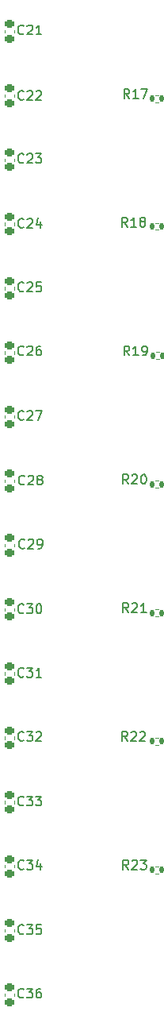
<source format=gbr>
G04 #@! TF.GenerationSoftware,KiCad,Pcbnew,7.0.8*
G04 #@! TF.CreationDate,2023-10-14T22:57:58-04:00*
G04 #@! TF.ProjectId,MicrocontrollerInputModule,4d696372-6f63-46f6-9e74-726f6c6c6572,V2*
G04 #@! TF.SameCoordinates,Original*
G04 #@! TF.FileFunction,Legend,Top*
G04 #@! TF.FilePolarity,Positive*
%FSLAX46Y46*%
G04 Gerber Fmt 4.6, Leading zero omitted, Abs format (unit mm)*
G04 Created by KiCad (PCBNEW 7.0.8) date 2023-10-14 22:57:58*
%MOMM*%
%LPD*%
G01*
G04 APERTURE LIST*
G04 Aperture macros list*
%AMRoundRect*
0 Rectangle with rounded corners*
0 $1 Rounding radius*
0 $2 $3 $4 $5 $6 $7 $8 $9 X,Y pos of 4 corners*
0 Add a 4 corners polygon primitive as box body*
4,1,4,$2,$3,$4,$5,$6,$7,$8,$9,$2,$3,0*
0 Add four circle primitives for the rounded corners*
1,1,$1+$1,$2,$3*
1,1,$1+$1,$4,$5*
1,1,$1+$1,$6,$7*
1,1,$1+$1,$8,$9*
0 Add four rect primitives between the rounded corners*
20,1,$1+$1,$2,$3,$4,$5,0*
20,1,$1+$1,$4,$5,$6,$7,0*
20,1,$1+$1,$6,$7,$8,$9,0*
20,1,$1+$1,$8,$9,$2,$3,0*%
G04 Aperture macros list end*
%ADD10C,0.150000*%
%ADD11C,0.120000*%
%ADD12R,0.500000X0.500000*%
%ADD13RoundRect,0.225000X-0.250000X0.225000X-0.250000X-0.225000X0.250000X-0.225000X0.250000X0.225000X0*%
%ADD14RoundRect,0.135000X-0.135000X-0.185000X0.135000X-0.185000X0.135000X0.185000X-0.135000X0.185000X0*%
G04 APERTURE END LIST*
D10*
X45864249Y-43252688D02*
X45816630Y-43300308D01*
X45816630Y-43300308D02*
X45673773Y-43347927D01*
X45673773Y-43347927D02*
X45578535Y-43347927D01*
X45578535Y-43347927D02*
X45435678Y-43300308D01*
X45435678Y-43300308D02*
X45340440Y-43205069D01*
X45340440Y-43205069D02*
X45292821Y-43109831D01*
X45292821Y-43109831D02*
X45245202Y-42919355D01*
X45245202Y-42919355D02*
X45245202Y-42776498D01*
X45245202Y-42776498D02*
X45292821Y-42586022D01*
X45292821Y-42586022D02*
X45340440Y-42490784D01*
X45340440Y-42490784D02*
X45435678Y-42395546D01*
X45435678Y-42395546D02*
X45578535Y-42347927D01*
X45578535Y-42347927D02*
X45673773Y-42347927D01*
X45673773Y-42347927D02*
X45816630Y-42395546D01*
X45816630Y-42395546D02*
X45864249Y-42443165D01*
X46245202Y-42443165D02*
X46292821Y-42395546D01*
X46292821Y-42395546D02*
X46388059Y-42347927D01*
X46388059Y-42347927D02*
X46626154Y-42347927D01*
X46626154Y-42347927D02*
X46721392Y-42395546D01*
X46721392Y-42395546D02*
X46769011Y-42443165D01*
X46769011Y-42443165D02*
X46816630Y-42538403D01*
X46816630Y-42538403D02*
X46816630Y-42633641D01*
X46816630Y-42633641D02*
X46769011Y-42776498D01*
X46769011Y-42776498D02*
X46197583Y-43347927D01*
X46197583Y-43347927D02*
X46816630Y-43347927D01*
X47673773Y-42681260D02*
X47673773Y-43347927D01*
X47435678Y-42300308D02*
X47197583Y-43014593D01*
X47197583Y-43014593D02*
X47816630Y-43014593D01*
X45864249Y-22652688D02*
X45816630Y-22700308D01*
X45816630Y-22700308D02*
X45673773Y-22747927D01*
X45673773Y-22747927D02*
X45578535Y-22747927D01*
X45578535Y-22747927D02*
X45435678Y-22700308D01*
X45435678Y-22700308D02*
X45340440Y-22605069D01*
X45340440Y-22605069D02*
X45292821Y-22509831D01*
X45292821Y-22509831D02*
X45245202Y-22319355D01*
X45245202Y-22319355D02*
X45245202Y-22176498D01*
X45245202Y-22176498D02*
X45292821Y-21986022D01*
X45292821Y-21986022D02*
X45340440Y-21890784D01*
X45340440Y-21890784D02*
X45435678Y-21795546D01*
X45435678Y-21795546D02*
X45578535Y-21747927D01*
X45578535Y-21747927D02*
X45673773Y-21747927D01*
X45673773Y-21747927D02*
X45816630Y-21795546D01*
X45816630Y-21795546D02*
X45864249Y-21843165D01*
X46245202Y-21843165D02*
X46292821Y-21795546D01*
X46292821Y-21795546D02*
X46388059Y-21747927D01*
X46388059Y-21747927D02*
X46626154Y-21747927D01*
X46626154Y-21747927D02*
X46721392Y-21795546D01*
X46721392Y-21795546D02*
X46769011Y-21843165D01*
X46769011Y-21843165D02*
X46816630Y-21938403D01*
X46816630Y-21938403D02*
X46816630Y-22033641D01*
X46816630Y-22033641D02*
X46769011Y-22176498D01*
X46769011Y-22176498D02*
X46197583Y-22747927D01*
X46197583Y-22747927D02*
X46816630Y-22747927D01*
X47769011Y-22747927D02*
X47197583Y-22747927D01*
X47483297Y-22747927D02*
X47483297Y-21747927D01*
X47483297Y-21747927D02*
X47388059Y-21890784D01*
X47388059Y-21890784D02*
X47292821Y-21986022D01*
X47292821Y-21986022D02*
X47197583Y-22033641D01*
X56964249Y-43247927D02*
X56630916Y-42771736D01*
X56392821Y-43247927D02*
X56392821Y-42247927D01*
X56392821Y-42247927D02*
X56773773Y-42247927D01*
X56773773Y-42247927D02*
X56869011Y-42295546D01*
X56869011Y-42295546D02*
X56916630Y-42343165D01*
X56916630Y-42343165D02*
X56964249Y-42438403D01*
X56964249Y-42438403D02*
X56964249Y-42581260D01*
X56964249Y-42581260D02*
X56916630Y-42676498D01*
X56916630Y-42676498D02*
X56869011Y-42724117D01*
X56869011Y-42724117D02*
X56773773Y-42771736D01*
X56773773Y-42771736D02*
X56392821Y-42771736D01*
X57916630Y-43247927D02*
X57345202Y-43247927D01*
X57630916Y-43247927D02*
X57630916Y-42247927D01*
X57630916Y-42247927D02*
X57535678Y-42390784D01*
X57535678Y-42390784D02*
X57440440Y-42486022D01*
X57440440Y-42486022D02*
X57345202Y-42533641D01*
X58488059Y-42676498D02*
X58392821Y-42628879D01*
X58392821Y-42628879D02*
X58345202Y-42581260D01*
X58345202Y-42581260D02*
X58297583Y-42486022D01*
X58297583Y-42486022D02*
X58297583Y-42438403D01*
X58297583Y-42438403D02*
X58345202Y-42343165D01*
X58345202Y-42343165D02*
X58392821Y-42295546D01*
X58392821Y-42295546D02*
X58488059Y-42247927D01*
X58488059Y-42247927D02*
X58678535Y-42247927D01*
X58678535Y-42247927D02*
X58773773Y-42295546D01*
X58773773Y-42295546D02*
X58821392Y-42343165D01*
X58821392Y-42343165D02*
X58869011Y-42438403D01*
X58869011Y-42438403D02*
X58869011Y-42486022D01*
X58869011Y-42486022D02*
X58821392Y-42581260D01*
X58821392Y-42581260D02*
X58773773Y-42628879D01*
X58773773Y-42628879D02*
X58678535Y-42676498D01*
X58678535Y-42676498D02*
X58488059Y-42676498D01*
X58488059Y-42676498D02*
X58392821Y-42724117D01*
X58392821Y-42724117D02*
X58345202Y-42771736D01*
X58345202Y-42771736D02*
X58297583Y-42866974D01*
X58297583Y-42866974D02*
X58297583Y-43057450D01*
X58297583Y-43057450D02*
X58345202Y-43152688D01*
X58345202Y-43152688D02*
X58392821Y-43200308D01*
X58392821Y-43200308D02*
X58488059Y-43247927D01*
X58488059Y-43247927D02*
X58678535Y-43247927D01*
X58678535Y-43247927D02*
X58773773Y-43200308D01*
X58773773Y-43200308D02*
X58821392Y-43152688D01*
X58821392Y-43152688D02*
X58869011Y-43057450D01*
X58869011Y-43057450D02*
X58869011Y-42866974D01*
X58869011Y-42866974D02*
X58821392Y-42771736D01*
X58821392Y-42771736D02*
X58773773Y-42724117D01*
X58773773Y-42724117D02*
X58678535Y-42676498D01*
X57064249Y-111747927D02*
X56730916Y-111271736D01*
X56492821Y-111747927D02*
X56492821Y-110747927D01*
X56492821Y-110747927D02*
X56873773Y-110747927D01*
X56873773Y-110747927D02*
X56969011Y-110795546D01*
X56969011Y-110795546D02*
X57016630Y-110843165D01*
X57016630Y-110843165D02*
X57064249Y-110938403D01*
X57064249Y-110938403D02*
X57064249Y-111081260D01*
X57064249Y-111081260D02*
X57016630Y-111176498D01*
X57016630Y-111176498D02*
X56969011Y-111224117D01*
X56969011Y-111224117D02*
X56873773Y-111271736D01*
X56873773Y-111271736D02*
X56492821Y-111271736D01*
X57445202Y-110843165D02*
X57492821Y-110795546D01*
X57492821Y-110795546D02*
X57588059Y-110747927D01*
X57588059Y-110747927D02*
X57826154Y-110747927D01*
X57826154Y-110747927D02*
X57921392Y-110795546D01*
X57921392Y-110795546D02*
X57969011Y-110843165D01*
X57969011Y-110843165D02*
X58016630Y-110938403D01*
X58016630Y-110938403D02*
X58016630Y-111033641D01*
X58016630Y-111033641D02*
X57969011Y-111176498D01*
X57969011Y-111176498D02*
X57397583Y-111747927D01*
X57397583Y-111747927D02*
X58016630Y-111747927D01*
X58349964Y-110747927D02*
X58969011Y-110747927D01*
X58969011Y-110747927D02*
X58635678Y-111128879D01*
X58635678Y-111128879D02*
X58778535Y-111128879D01*
X58778535Y-111128879D02*
X58873773Y-111176498D01*
X58873773Y-111176498D02*
X58921392Y-111224117D01*
X58921392Y-111224117D02*
X58969011Y-111319355D01*
X58969011Y-111319355D02*
X58969011Y-111557450D01*
X58969011Y-111557450D02*
X58921392Y-111652688D01*
X58921392Y-111652688D02*
X58873773Y-111700308D01*
X58873773Y-111700308D02*
X58778535Y-111747927D01*
X58778535Y-111747927D02*
X58492821Y-111747927D01*
X58492821Y-111747927D02*
X58397583Y-111700308D01*
X58397583Y-111700308D02*
X58349964Y-111652688D01*
X45864249Y-50052688D02*
X45816630Y-50100308D01*
X45816630Y-50100308D02*
X45673773Y-50147927D01*
X45673773Y-50147927D02*
X45578535Y-50147927D01*
X45578535Y-50147927D02*
X45435678Y-50100308D01*
X45435678Y-50100308D02*
X45340440Y-50005069D01*
X45340440Y-50005069D02*
X45292821Y-49909831D01*
X45292821Y-49909831D02*
X45245202Y-49719355D01*
X45245202Y-49719355D02*
X45245202Y-49576498D01*
X45245202Y-49576498D02*
X45292821Y-49386022D01*
X45292821Y-49386022D02*
X45340440Y-49290784D01*
X45340440Y-49290784D02*
X45435678Y-49195546D01*
X45435678Y-49195546D02*
X45578535Y-49147927D01*
X45578535Y-49147927D02*
X45673773Y-49147927D01*
X45673773Y-49147927D02*
X45816630Y-49195546D01*
X45816630Y-49195546D02*
X45864249Y-49243165D01*
X46245202Y-49243165D02*
X46292821Y-49195546D01*
X46292821Y-49195546D02*
X46388059Y-49147927D01*
X46388059Y-49147927D02*
X46626154Y-49147927D01*
X46626154Y-49147927D02*
X46721392Y-49195546D01*
X46721392Y-49195546D02*
X46769011Y-49243165D01*
X46769011Y-49243165D02*
X46816630Y-49338403D01*
X46816630Y-49338403D02*
X46816630Y-49433641D01*
X46816630Y-49433641D02*
X46769011Y-49576498D01*
X46769011Y-49576498D02*
X46197583Y-50147927D01*
X46197583Y-50147927D02*
X46816630Y-50147927D01*
X47721392Y-49147927D02*
X47245202Y-49147927D01*
X47245202Y-49147927D02*
X47197583Y-49624117D01*
X47197583Y-49624117D02*
X47245202Y-49576498D01*
X47245202Y-49576498D02*
X47340440Y-49528879D01*
X47340440Y-49528879D02*
X47578535Y-49528879D01*
X47578535Y-49528879D02*
X47673773Y-49576498D01*
X47673773Y-49576498D02*
X47721392Y-49624117D01*
X47721392Y-49624117D02*
X47769011Y-49719355D01*
X47769011Y-49719355D02*
X47769011Y-49957450D01*
X47769011Y-49957450D02*
X47721392Y-50052688D01*
X47721392Y-50052688D02*
X47673773Y-50100308D01*
X47673773Y-50100308D02*
X47578535Y-50147927D01*
X47578535Y-50147927D02*
X47340440Y-50147927D01*
X47340440Y-50147927D02*
X47245202Y-50100308D01*
X47245202Y-50100308D02*
X47197583Y-50052688D01*
X57064249Y-70647927D02*
X56730916Y-70171736D01*
X56492821Y-70647927D02*
X56492821Y-69647927D01*
X56492821Y-69647927D02*
X56873773Y-69647927D01*
X56873773Y-69647927D02*
X56969011Y-69695546D01*
X56969011Y-69695546D02*
X57016630Y-69743165D01*
X57016630Y-69743165D02*
X57064249Y-69838403D01*
X57064249Y-69838403D02*
X57064249Y-69981260D01*
X57064249Y-69981260D02*
X57016630Y-70076498D01*
X57016630Y-70076498D02*
X56969011Y-70124117D01*
X56969011Y-70124117D02*
X56873773Y-70171736D01*
X56873773Y-70171736D02*
X56492821Y-70171736D01*
X57445202Y-69743165D02*
X57492821Y-69695546D01*
X57492821Y-69695546D02*
X57588059Y-69647927D01*
X57588059Y-69647927D02*
X57826154Y-69647927D01*
X57826154Y-69647927D02*
X57921392Y-69695546D01*
X57921392Y-69695546D02*
X57969011Y-69743165D01*
X57969011Y-69743165D02*
X58016630Y-69838403D01*
X58016630Y-69838403D02*
X58016630Y-69933641D01*
X58016630Y-69933641D02*
X57969011Y-70076498D01*
X57969011Y-70076498D02*
X57397583Y-70647927D01*
X57397583Y-70647927D02*
X58016630Y-70647927D01*
X58635678Y-69647927D02*
X58730916Y-69647927D01*
X58730916Y-69647927D02*
X58826154Y-69695546D01*
X58826154Y-69695546D02*
X58873773Y-69743165D01*
X58873773Y-69743165D02*
X58921392Y-69838403D01*
X58921392Y-69838403D02*
X58969011Y-70028879D01*
X58969011Y-70028879D02*
X58969011Y-70266974D01*
X58969011Y-70266974D02*
X58921392Y-70457450D01*
X58921392Y-70457450D02*
X58873773Y-70552688D01*
X58873773Y-70552688D02*
X58826154Y-70600308D01*
X58826154Y-70600308D02*
X58730916Y-70647927D01*
X58730916Y-70647927D02*
X58635678Y-70647927D01*
X58635678Y-70647927D02*
X58540440Y-70600308D01*
X58540440Y-70600308D02*
X58492821Y-70552688D01*
X58492821Y-70552688D02*
X58445202Y-70457450D01*
X58445202Y-70457450D02*
X58397583Y-70266974D01*
X58397583Y-70266974D02*
X58397583Y-70028879D01*
X58397583Y-70028879D02*
X58445202Y-69838403D01*
X58445202Y-69838403D02*
X58492821Y-69743165D01*
X58492821Y-69743165D02*
X58540440Y-69695546D01*
X58540440Y-69695546D02*
X58635678Y-69647927D01*
X45864249Y-91152688D02*
X45816630Y-91200308D01*
X45816630Y-91200308D02*
X45673773Y-91247927D01*
X45673773Y-91247927D02*
X45578535Y-91247927D01*
X45578535Y-91247927D02*
X45435678Y-91200308D01*
X45435678Y-91200308D02*
X45340440Y-91105069D01*
X45340440Y-91105069D02*
X45292821Y-91009831D01*
X45292821Y-91009831D02*
X45245202Y-90819355D01*
X45245202Y-90819355D02*
X45245202Y-90676498D01*
X45245202Y-90676498D02*
X45292821Y-90486022D01*
X45292821Y-90486022D02*
X45340440Y-90390784D01*
X45340440Y-90390784D02*
X45435678Y-90295546D01*
X45435678Y-90295546D02*
X45578535Y-90247927D01*
X45578535Y-90247927D02*
X45673773Y-90247927D01*
X45673773Y-90247927D02*
X45816630Y-90295546D01*
X45816630Y-90295546D02*
X45864249Y-90343165D01*
X46197583Y-90247927D02*
X46816630Y-90247927D01*
X46816630Y-90247927D02*
X46483297Y-90628879D01*
X46483297Y-90628879D02*
X46626154Y-90628879D01*
X46626154Y-90628879D02*
X46721392Y-90676498D01*
X46721392Y-90676498D02*
X46769011Y-90724117D01*
X46769011Y-90724117D02*
X46816630Y-90819355D01*
X46816630Y-90819355D02*
X46816630Y-91057450D01*
X46816630Y-91057450D02*
X46769011Y-91152688D01*
X46769011Y-91152688D02*
X46721392Y-91200308D01*
X46721392Y-91200308D02*
X46626154Y-91247927D01*
X46626154Y-91247927D02*
X46340440Y-91247927D01*
X46340440Y-91247927D02*
X46245202Y-91200308D01*
X46245202Y-91200308D02*
X46197583Y-91152688D01*
X47769011Y-91247927D02*
X47197583Y-91247927D01*
X47483297Y-91247927D02*
X47483297Y-90247927D01*
X47483297Y-90247927D02*
X47388059Y-90390784D01*
X47388059Y-90390784D02*
X47292821Y-90486022D01*
X47292821Y-90486022D02*
X47197583Y-90533641D01*
X45864249Y-118552688D02*
X45816630Y-118600308D01*
X45816630Y-118600308D02*
X45673773Y-118647927D01*
X45673773Y-118647927D02*
X45578535Y-118647927D01*
X45578535Y-118647927D02*
X45435678Y-118600308D01*
X45435678Y-118600308D02*
X45340440Y-118505069D01*
X45340440Y-118505069D02*
X45292821Y-118409831D01*
X45292821Y-118409831D02*
X45245202Y-118219355D01*
X45245202Y-118219355D02*
X45245202Y-118076498D01*
X45245202Y-118076498D02*
X45292821Y-117886022D01*
X45292821Y-117886022D02*
X45340440Y-117790784D01*
X45340440Y-117790784D02*
X45435678Y-117695546D01*
X45435678Y-117695546D02*
X45578535Y-117647927D01*
X45578535Y-117647927D02*
X45673773Y-117647927D01*
X45673773Y-117647927D02*
X45816630Y-117695546D01*
X45816630Y-117695546D02*
X45864249Y-117743165D01*
X46197583Y-117647927D02*
X46816630Y-117647927D01*
X46816630Y-117647927D02*
X46483297Y-118028879D01*
X46483297Y-118028879D02*
X46626154Y-118028879D01*
X46626154Y-118028879D02*
X46721392Y-118076498D01*
X46721392Y-118076498D02*
X46769011Y-118124117D01*
X46769011Y-118124117D02*
X46816630Y-118219355D01*
X46816630Y-118219355D02*
X46816630Y-118457450D01*
X46816630Y-118457450D02*
X46769011Y-118552688D01*
X46769011Y-118552688D02*
X46721392Y-118600308D01*
X46721392Y-118600308D02*
X46626154Y-118647927D01*
X46626154Y-118647927D02*
X46340440Y-118647927D01*
X46340440Y-118647927D02*
X46245202Y-118600308D01*
X46245202Y-118600308D02*
X46197583Y-118552688D01*
X47721392Y-117647927D02*
X47245202Y-117647927D01*
X47245202Y-117647927D02*
X47197583Y-118124117D01*
X47197583Y-118124117D02*
X47245202Y-118076498D01*
X47245202Y-118076498D02*
X47340440Y-118028879D01*
X47340440Y-118028879D02*
X47578535Y-118028879D01*
X47578535Y-118028879D02*
X47673773Y-118076498D01*
X47673773Y-118076498D02*
X47721392Y-118124117D01*
X47721392Y-118124117D02*
X47769011Y-118219355D01*
X47769011Y-118219355D02*
X47769011Y-118457450D01*
X47769011Y-118457450D02*
X47721392Y-118552688D01*
X47721392Y-118552688D02*
X47673773Y-118600308D01*
X47673773Y-118600308D02*
X47578535Y-118647927D01*
X47578535Y-118647927D02*
X47340440Y-118647927D01*
X47340440Y-118647927D02*
X47245202Y-118600308D01*
X47245202Y-118600308D02*
X47197583Y-118552688D01*
X56964249Y-98047927D02*
X56630916Y-97571736D01*
X56392821Y-98047927D02*
X56392821Y-97047927D01*
X56392821Y-97047927D02*
X56773773Y-97047927D01*
X56773773Y-97047927D02*
X56869011Y-97095546D01*
X56869011Y-97095546D02*
X56916630Y-97143165D01*
X56916630Y-97143165D02*
X56964249Y-97238403D01*
X56964249Y-97238403D02*
X56964249Y-97381260D01*
X56964249Y-97381260D02*
X56916630Y-97476498D01*
X56916630Y-97476498D02*
X56869011Y-97524117D01*
X56869011Y-97524117D02*
X56773773Y-97571736D01*
X56773773Y-97571736D02*
X56392821Y-97571736D01*
X57345202Y-97143165D02*
X57392821Y-97095546D01*
X57392821Y-97095546D02*
X57488059Y-97047927D01*
X57488059Y-97047927D02*
X57726154Y-97047927D01*
X57726154Y-97047927D02*
X57821392Y-97095546D01*
X57821392Y-97095546D02*
X57869011Y-97143165D01*
X57869011Y-97143165D02*
X57916630Y-97238403D01*
X57916630Y-97238403D02*
X57916630Y-97333641D01*
X57916630Y-97333641D02*
X57869011Y-97476498D01*
X57869011Y-97476498D02*
X57297583Y-98047927D01*
X57297583Y-98047927D02*
X57916630Y-98047927D01*
X58297583Y-97143165D02*
X58345202Y-97095546D01*
X58345202Y-97095546D02*
X58440440Y-97047927D01*
X58440440Y-97047927D02*
X58678535Y-97047927D01*
X58678535Y-97047927D02*
X58773773Y-97095546D01*
X58773773Y-97095546D02*
X58821392Y-97143165D01*
X58821392Y-97143165D02*
X58869011Y-97238403D01*
X58869011Y-97238403D02*
X58869011Y-97333641D01*
X58869011Y-97333641D02*
X58821392Y-97476498D01*
X58821392Y-97476498D02*
X58249964Y-98047927D01*
X58249964Y-98047927D02*
X58869011Y-98047927D01*
X45864249Y-111652688D02*
X45816630Y-111700308D01*
X45816630Y-111700308D02*
X45673773Y-111747927D01*
X45673773Y-111747927D02*
X45578535Y-111747927D01*
X45578535Y-111747927D02*
X45435678Y-111700308D01*
X45435678Y-111700308D02*
X45340440Y-111605069D01*
X45340440Y-111605069D02*
X45292821Y-111509831D01*
X45292821Y-111509831D02*
X45245202Y-111319355D01*
X45245202Y-111319355D02*
X45245202Y-111176498D01*
X45245202Y-111176498D02*
X45292821Y-110986022D01*
X45292821Y-110986022D02*
X45340440Y-110890784D01*
X45340440Y-110890784D02*
X45435678Y-110795546D01*
X45435678Y-110795546D02*
X45578535Y-110747927D01*
X45578535Y-110747927D02*
X45673773Y-110747927D01*
X45673773Y-110747927D02*
X45816630Y-110795546D01*
X45816630Y-110795546D02*
X45864249Y-110843165D01*
X46197583Y-110747927D02*
X46816630Y-110747927D01*
X46816630Y-110747927D02*
X46483297Y-111128879D01*
X46483297Y-111128879D02*
X46626154Y-111128879D01*
X46626154Y-111128879D02*
X46721392Y-111176498D01*
X46721392Y-111176498D02*
X46769011Y-111224117D01*
X46769011Y-111224117D02*
X46816630Y-111319355D01*
X46816630Y-111319355D02*
X46816630Y-111557450D01*
X46816630Y-111557450D02*
X46769011Y-111652688D01*
X46769011Y-111652688D02*
X46721392Y-111700308D01*
X46721392Y-111700308D02*
X46626154Y-111747927D01*
X46626154Y-111747927D02*
X46340440Y-111747927D01*
X46340440Y-111747927D02*
X46245202Y-111700308D01*
X46245202Y-111700308D02*
X46197583Y-111652688D01*
X47673773Y-111081260D02*
X47673773Y-111747927D01*
X47435678Y-110700308D02*
X47197583Y-111414593D01*
X47197583Y-111414593D02*
X47816630Y-111414593D01*
X45864249Y-63752688D02*
X45816630Y-63800308D01*
X45816630Y-63800308D02*
X45673773Y-63847927D01*
X45673773Y-63847927D02*
X45578535Y-63847927D01*
X45578535Y-63847927D02*
X45435678Y-63800308D01*
X45435678Y-63800308D02*
X45340440Y-63705069D01*
X45340440Y-63705069D02*
X45292821Y-63609831D01*
X45292821Y-63609831D02*
X45245202Y-63419355D01*
X45245202Y-63419355D02*
X45245202Y-63276498D01*
X45245202Y-63276498D02*
X45292821Y-63086022D01*
X45292821Y-63086022D02*
X45340440Y-62990784D01*
X45340440Y-62990784D02*
X45435678Y-62895546D01*
X45435678Y-62895546D02*
X45578535Y-62847927D01*
X45578535Y-62847927D02*
X45673773Y-62847927D01*
X45673773Y-62847927D02*
X45816630Y-62895546D01*
X45816630Y-62895546D02*
X45864249Y-62943165D01*
X46245202Y-62943165D02*
X46292821Y-62895546D01*
X46292821Y-62895546D02*
X46388059Y-62847927D01*
X46388059Y-62847927D02*
X46626154Y-62847927D01*
X46626154Y-62847927D02*
X46721392Y-62895546D01*
X46721392Y-62895546D02*
X46769011Y-62943165D01*
X46769011Y-62943165D02*
X46816630Y-63038403D01*
X46816630Y-63038403D02*
X46816630Y-63133641D01*
X46816630Y-63133641D02*
X46769011Y-63276498D01*
X46769011Y-63276498D02*
X46197583Y-63847927D01*
X46197583Y-63847927D02*
X46816630Y-63847927D01*
X47149964Y-62847927D02*
X47816630Y-62847927D01*
X47816630Y-62847927D02*
X47388059Y-63847927D01*
X45864249Y-56852688D02*
X45816630Y-56900308D01*
X45816630Y-56900308D02*
X45673773Y-56947927D01*
X45673773Y-56947927D02*
X45578535Y-56947927D01*
X45578535Y-56947927D02*
X45435678Y-56900308D01*
X45435678Y-56900308D02*
X45340440Y-56805069D01*
X45340440Y-56805069D02*
X45292821Y-56709831D01*
X45292821Y-56709831D02*
X45245202Y-56519355D01*
X45245202Y-56519355D02*
X45245202Y-56376498D01*
X45245202Y-56376498D02*
X45292821Y-56186022D01*
X45292821Y-56186022D02*
X45340440Y-56090784D01*
X45340440Y-56090784D02*
X45435678Y-55995546D01*
X45435678Y-55995546D02*
X45578535Y-55947927D01*
X45578535Y-55947927D02*
X45673773Y-55947927D01*
X45673773Y-55947927D02*
X45816630Y-55995546D01*
X45816630Y-55995546D02*
X45864249Y-56043165D01*
X46245202Y-56043165D02*
X46292821Y-55995546D01*
X46292821Y-55995546D02*
X46388059Y-55947927D01*
X46388059Y-55947927D02*
X46626154Y-55947927D01*
X46626154Y-55947927D02*
X46721392Y-55995546D01*
X46721392Y-55995546D02*
X46769011Y-56043165D01*
X46769011Y-56043165D02*
X46816630Y-56138403D01*
X46816630Y-56138403D02*
X46816630Y-56233641D01*
X46816630Y-56233641D02*
X46769011Y-56376498D01*
X46769011Y-56376498D02*
X46197583Y-56947927D01*
X46197583Y-56947927D02*
X46816630Y-56947927D01*
X47673773Y-55947927D02*
X47483297Y-55947927D01*
X47483297Y-55947927D02*
X47388059Y-55995546D01*
X47388059Y-55995546D02*
X47340440Y-56043165D01*
X47340440Y-56043165D02*
X47245202Y-56186022D01*
X47245202Y-56186022D02*
X47197583Y-56376498D01*
X47197583Y-56376498D02*
X47197583Y-56757450D01*
X47197583Y-56757450D02*
X47245202Y-56852688D01*
X47245202Y-56852688D02*
X47292821Y-56900308D01*
X47292821Y-56900308D02*
X47388059Y-56947927D01*
X47388059Y-56947927D02*
X47578535Y-56947927D01*
X47578535Y-56947927D02*
X47673773Y-56900308D01*
X47673773Y-56900308D02*
X47721392Y-56852688D01*
X47721392Y-56852688D02*
X47769011Y-56757450D01*
X47769011Y-56757450D02*
X47769011Y-56519355D01*
X47769011Y-56519355D02*
X47721392Y-56424117D01*
X47721392Y-56424117D02*
X47673773Y-56376498D01*
X47673773Y-56376498D02*
X47578535Y-56328879D01*
X47578535Y-56328879D02*
X47388059Y-56328879D01*
X47388059Y-56328879D02*
X47292821Y-56376498D01*
X47292821Y-56376498D02*
X47245202Y-56424117D01*
X47245202Y-56424117D02*
X47197583Y-56519355D01*
X45864249Y-97952688D02*
X45816630Y-98000308D01*
X45816630Y-98000308D02*
X45673773Y-98047927D01*
X45673773Y-98047927D02*
X45578535Y-98047927D01*
X45578535Y-98047927D02*
X45435678Y-98000308D01*
X45435678Y-98000308D02*
X45340440Y-97905069D01*
X45340440Y-97905069D02*
X45292821Y-97809831D01*
X45292821Y-97809831D02*
X45245202Y-97619355D01*
X45245202Y-97619355D02*
X45245202Y-97476498D01*
X45245202Y-97476498D02*
X45292821Y-97286022D01*
X45292821Y-97286022D02*
X45340440Y-97190784D01*
X45340440Y-97190784D02*
X45435678Y-97095546D01*
X45435678Y-97095546D02*
X45578535Y-97047927D01*
X45578535Y-97047927D02*
X45673773Y-97047927D01*
X45673773Y-97047927D02*
X45816630Y-97095546D01*
X45816630Y-97095546D02*
X45864249Y-97143165D01*
X46197583Y-97047927D02*
X46816630Y-97047927D01*
X46816630Y-97047927D02*
X46483297Y-97428879D01*
X46483297Y-97428879D02*
X46626154Y-97428879D01*
X46626154Y-97428879D02*
X46721392Y-97476498D01*
X46721392Y-97476498D02*
X46769011Y-97524117D01*
X46769011Y-97524117D02*
X46816630Y-97619355D01*
X46816630Y-97619355D02*
X46816630Y-97857450D01*
X46816630Y-97857450D02*
X46769011Y-97952688D01*
X46769011Y-97952688D02*
X46721392Y-98000308D01*
X46721392Y-98000308D02*
X46626154Y-98047927D01*
X46626154Y-98047927D02*
X46340440Y-98047927D01*
X46340440Y-98047927D02*
X46245202Y-98000308D01*
X46245202Y-98000308D02*
X46197583Y-97952688D01*
X47197583Y-97143165D02*
X47245202Y-97095546D01*
X47245202Y-97095546D02*
X47340440Y-97047927D01*
X47340440Y-97047927D02*
X47578535Y-97047927D01*
X47578535Y-97047927D02*
X47673773Y-97095546D01*
X47673773Y-97095546D02*
X47721392Y-97143165D01*
X47721392Y-97143165D02*
X47769011Y-97238403D01*
X47769011Y-97238403D02*
X47769011Y-97333641D01*
X47769011Y-97333641D02*
X47721392Y-97476498D01*
X47721392Y-97476498D02*
X47149964Y-98047927D01*
X47149964Y-98047927D02*
X47769011Y-98047927D01*
X57164249Y-29547927D02*
X56830916Y-29071736D01*
X56592821Y-29547927D02*
X56592821Y-28547927D01*
X56592821Y-28547927D02*
X56973773Y-28547927D01*
X56973773Y-28547927D02*
X57069011Y-28595546D01*
X57069011Y-28595546D02*
X57116630Y-28643165D01*
X57116630Y-28643165D02*
X57164249Y-28738403D01*
X57164249Y-28738403D02*
X57164249Y-28881260D01*
X57164249Y-28881260D02*
X57116630Y-28976498D01*
X57116630Y-28976498D02*
X57069011Y-29024117D01*
X57069011Y-29024117D02*
X56973773Y-29071736D01*
X56973773Y-29071736D02*
X56592821Y-29071736D01*
X58116630Y-29547927D02*
X57545202Y-29547927D01*
X57830916Y-29547927D02*
X57830916Y-28547927D01*
X57830916Y-28547927D02*
X57735678Y-28690784D01*
X57735678Y-28690784D02*
X57640440Y-28786022D01*
X57640440Y-28786022D02*
X57545202Y-28833641D01*
X58449964Y-28547927D02*
X59116630Y-28547927D01*
X59116630Y-28547927D02*
X58688059Y-29547927D01*
X57064249Y-84347927D02*
X56730916Y-83871736D01*
X56492821Y-84347927D02*
X56492821Y-83347927D01*
X56492821Y-83347927D02*
X56873773Y-83347927D01*
X56873773Y-83347927D02*
X56969011Y-83395546D01*
X56969011Y-83395546D02*
X57016630Y-83443165D01*
X57016630Y-83443165D02*
X57064249Y-83538403D01*
X57064249Y-83538403D02*
X57064249Y-83681260D01*
X57064249Y-83681260D02*
X57016630Y-83776498D01*
X57016630Y-83776498D02*
X56969011Y-83824117D01*
X56969011Y-83824117D02*
X56873773Y-83871736D01*
X56873773Y-83871736D02*
X56492821Y-83871736D01*
X57445202Y-83443165D02*
X57492821Y-83395546D01*
X57492821Y-83395546D02*
X57588059Y-83347927D01*
X57588059Y-83347927D02*
X57826154Y-83347927D01*
X57826154Y-83347927D02*
X57921392Y-83395546D01*
X57921392Y-83395546D02*
X57969011Y-83443165D01*
X57969011Y-83443165D02*
X58016630Y-83538403D01*
X58016630Y-83538403D02*
X58016630Y-83633641D01*
X58016630Y-83633641D02*
X57969011Y-83776498D01*
X57969011Y-83776498D02*
X57397583Y-84347927D01*
X57397583Y-84347927D02*
X58016630Y-84347927D01*
X58969011Y-84347927D02*
X58397583Y-84347927D01*
X58683297Y-84347927D02*
X58683297Y-83347927D01*
X58683297Y-83347927D02*
X58588059Y-83490784D01*
X58588059Y-83490784D02*
X58492821Y-83586022D01*
X58492821Y-83586022D02*
X58397583Y-83633641D01*
X45864249Y-29623580D02*
X45816630Y-29671200D01*
X45816630Y-29671200D02*
X45673773Y-29718819D01*
X45673773Y-29718819D02*
X45578535Y-29718819D01*
X45578535Y-29718819D02*
X45435678Y-29671200D01*
X45435678Y-29671200D02*
X45340440Y-29575961D01*
X45340440Y-29575961D02*
X45292821Y-29480723D01*
X45292821Y-29480723D02*
X45245202Y-29290247D01*
X45245202Y-29290247D02*
X45245202Y-29147390D01*
X45245202Y-29147390D02*
X45292821Y-28956914D01*
X45292821Y-28956914D02*
X45340440Y-28861676D01*
X45340440Y-28861676D02*
X45435678Y-28766438D01*
X45435678Y-28766438D02*
X45578535Y-28718819D01*
X45578535Y-28718819D02*
X45673773Y-28718819D01*
X45673773Y-28718819D02*
X45816630Y-28766438D01*
X45816630Y-28766438D02*
X45864249Y-28814057D01*
X46245202Y-28814057D02*
X46292821Y-28766438D01*
X46292821Y-28766438D02*
X46388059Y-28718819D01*
X46388059Y-28718819D02*
X46626154Y-28718819D01*
X46626154Y-28718819D02*
X46721392Y-28766438D01*
X46721392Y-28766438D02*
X46769011Y-28814057D01*
X46769011Y-28814057D02*
X46816630Y-28909295D01*
X46816630Y-28909295D02*
X46816630Y-29004533D01*
X46816630Y-29004533D02*
X46769011Y-29147390D01*
X46769011Y-29147390D02*
X46197583Y-29718819D01*
X46197583Y-29718819D02*
X46816630Y-29718819D01*
X47197583Y-28814057D02*
X47245202Y-28766438D01*
X47245202Y-28766438D02*
X47340440Y-28718819D01*
X47340440Y-28718819D02*
X47578535Y-28718819D01*
X47578535Y-28718819D02*
X47673773Y-28766438D01*
X47673773Y-28766438D02*
X47721392Y-28814057D01*
X47721392Y-28814057D02*
X47769011Y-28909295D01*
X47769011Y-28909295D02*
X47769011Y-29004533D01*
X47769011Y-29004533D02*
X47721392Y-29147390D01*
X47721392Y-29147390D02*
X47149964Y-29718819D01*
X47149964Y-29718819D02*
X47769011Y-29718819D01*
X45964249Y-77452688D02*
X45916630Y-77500308D01*
X45916630Y-77500308D02*
X45773773Y-77547927D01*
X45773773Y-77547927D02*
X45678535Y-77547927D01*
X45678535Y-77547927D02*
X45535678Y-77500308D01*
X45535678Y-77500308D02*
X45440440Y-77405069D01*
X45440440Y-77405069D02*
X45392821Y-77309831D01*
X45392821Y-77309831D02*
X45345202Y-77119355D01*
X45345202Y-77119355D02*
X45345202Y-76976498D01*
X45345202Y-76976498D02*
X45392821Y-76786022D01*
X45392821Y-76786022D02*
X45440440Y-76690784D01*
X45440440Y-76690784D02*
X45535678Y-76595546D01*
X45535678Y-76595546D02*
X45678535Y-76547927D01*
X45678535Y-76547927D02*
X45773773Y-76547927D01*
X45773773Y-76547927D02*
X45916630Y-76595546D01*
X45916630Y-76595546D02*
X45964249Y-76643165D01*
X46345202Y-76643165D02*
X46392821Y-76595546D01*
X46392821Y-76595546D02*
X46488059Y-76547927D01*
X46488059Y-76547927D02*
X46726154Y-76547927D01*
X46726154Y-76547927D02*
X46821392Y-76595546D01*
X46821392Y-76595546D02*
X46869011Y-76643165D01*
X46869011Y-76643165D02*
X46916630Y-76738403D01*
X46916630Y-76738403D02*
X46916630Y-76833641D01*
X46916630Y-76833641D02*
X46869011Y-76976498D01*
X46869011Y-76976498D02*
X46297583Y-77547927D01*
X46297583Y-77547927D02*
X46916630Y-77547927D01*
X47392821Y-77547927D02*
X47583297Y-77547927D01*
X47583297Y-77547927D02*
X47678535Y-77500308D01*
X47678535Y-77500308D02*
X47726154Y-77452688D01*
X47726154Y-77452688D02*
X47821392Y-77309831D01*
X47821392Y-77309831D02*
X47869011Y-77119355D01*
X47869011Y-77119355D02*
X47869011Y-76738403D01*
X47869011Y-76738403D02*
X47821392Y-76643165D01*
X47821392Y-76643165D02*
X47773773Y-76595546D01*
X47773773Y-76595546D02*
X47678535Y-76547927D01*
X47678535Y-76547927D02*
X47488059Y-76547927D01*
X47488059Y-76547927D02*
X47392821Y-76595546D01*
X47392821Y-76595546D02*
X47345202Y-76643165D01*
X47345202Y-76643165D02*
X47297583Y-76738403D01*
X47297583Y-76738403D02*
X47297583Y-76976498D01*
X47297583Y-76976498D02*
X47345202Y-77071736D01*
X47345202Y-77071736D02*
X47392821Y-77119355D01*
X47392821Y-77119355D02*
X47488059Y-77166974D01*
X47488059Y-77166974D02*
X47678535Y-77166974D01*
X47678535Y-77166974D02*
X47773773Y-77119355D01*
X47773773Y-77119355D02*
X47821392Y-77071736D01*
X47821392Y-77071736D02*
X47869011Y-76976498D01*
X45964249Y-70652688D02*
X45916630Y-70700308D01*
X45916630Y-70700308D02*
X45773773Y-70747927D01*
X45773773Y-70747927D02*
X45678535Y-70747927D01*
X45678535Y-70747927D02*
X45535678Y-70700308D01*
X45535678Y-70700308D02*
X45440440Y-70605069D01*
X45440440Y-70605069D02*
X45392821Y-70509831D01*
X45392821Y-70509831D02*
X45345202Y-70319355D01*
X45345202Y-70319355D02*
X45345202Y-70176498D01*
X45345202Y-70176498D02*
X45392821Y-69986022D01*
X45392821Y-69986022D02*
X45440440Y-69890784D01*
X45440440Y-69890784D02*
X45535678Y-69795546D01*
X45535678Y-69795546D02*
X45678535Y-69747927D01*
X45678535Y-69747927D02*
X45773773Y-69747927D01*
X45773773Y-69747927D02*
X45916630Y-69795546D01*
X45916630Y-69795546D02*
X45964249Y-69843165D01*
X46345202Y-69843165D02*
X46392821Y-69795546D01*
X46392821Y-69795546D02*
X46488059Y-69747927D01*
X46488059Y-69747927D02*
X46726154Y-69747927D01*
X46726154Y-69747927D02*
X46821392Y-69795546D01*
X46821392Y-69795546D02*
X46869011Y-69843165D01*
X46869011Y-69843165D02*
X46916630Y-69938403D01*
X46916630Y-69938403D02*
X46916630Y-70033641D01*
X46916630Y-70033641D02*
X46869011Y-70176498D01*
X46869011Y-70176498D02*
X46297583Y-70747927D01*
X46297583Y-70747927D02*
X46916630Y-70747927D01*
X47488059Y-70176498D02*
X47392821Y-70128879D01*
X47392821Y-70128879D02*
X47345202Y-70081260D01*
X47345202Y-70081260D02*
X47297583Y-69986022D01*
X47297583Y-69986022D02*
X47297583Y-69938403D01*
X47297583Y-69938403D02*
X47345202Y-69843165D01*
X47345202Y-69843165D02*
X47392821Y-69795546D01*
X47392821Y-69795546D02*
X47488059Y-69747927D01*
X47488059Y-69747927D02*
X47678535Y-69747927D01*
X47678535Y-69747927D02*
X47773773Y-69795546D01*
X47773773Y-69795546D02*
X47821392Y-69843165D01*
X47821392Y-69843165D02*
X47869011Y-69938403D01*
X47869011Y-69938403D02*
X47869011Y-69986022D01*
X47869011Y-69986022D02*
X47821392Y-70081260D01*
X47821392Y-70081260D02*
X47773773Y-70128879D01*
X47773773Y-70128879D02*
X47678535Y-70176498D01*
X47678535Y-70176498D02*
X47488059Y-70176498D01*
X47488059Y-70176498D02*
X47392821Y-70224117D01*
X47392821Y-70224117D02*
X47345202Y-70271736D01*
X47345202Y-70271736D02*
X47297583Y-70366974D01*
X47297583Y-70366974D02*
X47297583Y-70557450D01*
X47297583Y-70557450D02*
X47345202Y-70652688D01*
X47345202Y-70652688D02*
X47392821Y-70700308D01*
X47392821Y-70700308D02*
X47488059Y-70747927D01*
X47488059Y-70747927D02*
X47678535Y-70747927D01*
X47678535Y-70747927D02*
X47773773Y-70700308D01*
X47773773Y-70700308D02*
X47821392Y-70652688D01*
X47821392Y-70652688D02*
X47869011Y-70557450D01*
X47869011Y-70557450D02*
X47869011Y-70366974D01*
X47869011Y-70366974D02*
X47821392Y-70271736D01*
X47821392Y-70271736D02*
X47773773Y-70224117D01*
X47773773Y-70224117D02*
X47678535Y-70176498D01*
X45864249Y-104852688D02*
X45816630Y-104900308D01*
X45816630Y-104900308D02*
X45673773Y-104947927D01*
X45673773Y-104947927D02*
X45578535Y-104947927D01*
X45578535Y-104947927D02*
X45435678Y-104900308D01*
X45435678Y-104900308D02*
X45340440Y-104805069D01*
X45340440Y-104805069D02*
X45292821Y-104709831D01*
X45292821Y-104709831D02*
X45245202Y-104519355D01*
X45245202Y-104519355D02*
X45245202Y-104376498D01*
X45245202Y-104376498D02*
X45292821Y-104186022D01*
X45292821Y-104186022D02*
X45340440Y-104090784D01*
X45340440Y-104090784D02*
X45435678Y-103995546D01*
X45435678Y-103995546D02*
X45578535Y-103947927D01*
X45578535Y-103947927D02*
X45673773Y-103947927D01*
X45673773Y-103947927D02*
X45816630Y-103995546D01*
X45816630Y-103995546D02*
X45864249Y-104043165D01*
X46197583Y-103947927D02*
X46816630Y-103947927D01*
X46816630Y-103947927D02*
X46483297Y-104328879D01*
X46483297Y-104328879D02*
X46626154Y-104328879D01*
X46626154Y-104328879D02*
X46721392Y-104376498D01*
X46721392Y-104376498D02*
X46769011Y-104424117D01*
X46769011Y-104424117D02*
X46816630Y-104519355D01*
X46816630Y-104519355D02*
X46816630Y-104757450D01*
X46816630Y-104757450D02*
X46769011Y-104852688D01*
X46769011Y-104852688D02*
X46721392Y-104900308D01*
X46721392Y-104900308D02*
X46626154Y-104947927D01*
X46626154Y-104947927D02*
X46340440Y-104947927D01*
X46340440Y-104947927D02*
X46245202Y-104900308D01*
X46245202Y-104900308D02*
X46197583Y-104852688D01*
X47149964Y-103947927D02*
X47769011Y-103947927D01*
X47769011Y-103947927D02*
X47435678Y-104328879D01*
X47435678Y-104328879D02*
X47578535Y-104328879D01*
X47578535Y-104328879D02*
X47673773Y-104376498D01*
X47673773Y-104376498D02*
X47721392Y-104424117D01*
X47721392Y-104424117D02*
X47769011Y-104519355D01*
X47769011Y-104519355D02*
X47769011Y-104757450D01*
X47769011Y-104757450D02*
X47721392Y-104852688D01*
X47721392Y-104852688D02*
X47673773Y-104900308D01*
X47673773Y-104900308D02*
X47578535Y-104947927D01*
X47578535Y-104947927D02*
X47292821Y-104947927D01*
X47292821Y-104947927D02*
X47197583Y-104900308D01*
X47197583Y-104900308D02*
X47149964Y-104852688D01*
X45864249Y-36352688D02*
X45816630Y-36400308D01*
X45816630Y-36400308D02*
X45673773Y-36447927D01*
X45673773Y-36447927D02*
X45578535Y-36447927D01*
X45578535Y-36447927D02*
X45435678Y-36400308D01*
X45435678Y-36400308D02*
X45340440Y-36305069D01*
X45340440Y-36305069D02*
X45292821Y-36209831D01*
X45292821Y-36209831D02*
X45245202Y-36019355D01*
X45245202Y-36019355D02*
X45245202Y-35876498D01*
X45245202Y-35876498D02*
X45292821Y-35686022D01*
X45292821Y-35686022D02*
X45340440Y-35590784D01*
X45340440Y-35590784D02*
X45435678Y-35495546D01*
X45435678Y-35495546D02*
X45578535Y-35447927D01*
X45578535Y-35447927D02*
X45673773Y-35447927D01*
X45673773Y-35447927D02*
X45816630Y-35495546D01*
X45816630Y-35495546D02*
X45864249Y-35543165D01*
X46245202Y-35543165D02*
X46292821Y-35495546D01*
X46292821Y-35495546D02*
X46388059Y-35447927D01*
X46388059Y-35447927D02*
X46626154Y-35447927D01*
X46626154Y-35447927D02*
X46721392Y-35495546D01*
X46721392Y-35495546D02*
X46769011Y-35543165D01*
X46769011Y-35543165D02*
X46816630Y-35638403D01*
X46816630Y-35638403D02*
X46816630Y-35733641D01*
X46816630Y-35733641D02*
X46769011Y-35876498D01*
X46769011Y-35876498D02*
X46197583Y-36447927D01*
X46197583Y-36447927D02*
X46816630Y-36447927D01*
X47149964Y-35447927D02*
X47769011Y-35447927D01*
X47769011Y-35447927D02*
X47435678Y-35828879D01*
X47435678Y-35828879D02*
X47578535Y-35828879D01*
X47578535Y-35828879D02*
X47673773Y-35876498D01*
X47673773Y-35876498D02*
X47721392Y-35924117D01*
X47721392Y-35924117D02*
X47769011Y-36019355D01*
X47769011Y-36019355D02*
X47769011Y-36257450D01*
X47769011Y-36257450D02*
X47721392Y-36352688D01*
X47721392Y-36352688D02*
X47673773Y-36400308D01*
X47673773Y-36400308D02*
X47578535Y-36447927D01*
X47578535Y-36447927D02*
X47292821Y-36447927D01*
X47292821Y-36447927D02*
X47197583Y-36400308D01*
X47197583Y-36400308D02*
X47149964Y-36352688D01*
X45864249Y-125352688D02*
X45816630Y-125400308D01*
X45816630Y-125400308D02*
X45673773Y-125447927D01*
X45673773Y-125447927D02*
X45578535Y-125447927D01*
X45578535Y-125447927D02*
X45435678Y-125400308D01*
X45435678Y-125400308D02*
X45340440Y-125305069D01*
X45340440Y-125305069D02*
X45292821Y-125209831D01*
X45292821Y-125209831D02*
X45245202Y-125019355D01*
X45245202Y-125019355D02*
X45245202Y-124876498D01*
X45245202Y-124876498D02*
X45292821Y-124686022D01*
X45292821Y-124686022D02*
X45340440Y-124590784D01*
X45340440Y-124590784D02*
X45435678Y-124495546D01*
X45435678Y-124495546D02*
X45578535Y-124447927D01*
X45578535Y-124447927D02*
X45673773Y-124447927D01*
X45673773Y-124447927D02*
X45816630Y-124495546D01*
X45816630Y-124495546D02*
X45864249Y-124543165D01*
X46197583Y-124447927D02*
X46816630Y-124447927D01*
X46816630Y-124447927D02*
X46483297Y-124828879D01*
X46483297Y-124828879D02*
X46626154Y-124828879D01*
X46626154Y-124828879D02*
X46721392Y-124876498D01*
X46721392Y-124876498D02*
X46769011Y-124924117D01*
X46769011Y-124924117D02*
X46816630Y-125019355D01*
X46816630Y-125019355D02*
X46816630Y-125257450D01*
X46816630Y-125257450D02*
X46769011Y-125352688D01*
X46769011Y-125352688D02*
X46721392Y-125400308D01*
X46721392Y-125400308D02*
X46626154Y-125447927D01*
X46626154Y-125447927D02*
X46340440Y-125447927D01*
X46340440Y-125447927D02*
X46245202Y-125400308D01*
X46245202Y-125400308D02*
X46197583Y-125352688D01*
X47673773Y-124447927D02*
X47483297Y-124447927D01*
X47483297Y-124447927D02*
X47388059Y-124495546D01*
X47388059Y-124495546D02*
X47340440Y-124543165D01*
X47340440Y-124543165D02*
X47245202Y-124686022D01*
X47245202Y-124686022D02*
X47197583Y-124876498D01*
X47197583Y-124876498D02*
X47197583Y-125257450D01*
X47197583Y-125257450D02*
X47245202Y-125352688D01*
X47245202Y-125352688D02*
X47292821Y-125400308D01*
X47292821Y-125400308D02*
X47388059Y-125447927D01*
X47388059Y-125447927D02*
X47578535Y-125447927D01*
X47578535Y-125447927D02*
X47673773Y-125400308D01*
X47673773Y-125400308D02*
X47721392Y-125352688D01*
X47721392Y-125352688D02*
X47769011Y-125257450D01*
X47769011Y-125257450D02*
X47769011Y-125019355D01*
X47769011Y-125019355D02*
X47721392Y-124924117D01*
X47721392Y-124924117D02*
X47673773Y-124876498D01*
X47673773Y-124876498D02*
X47578535Y-124828879D01*
X47578535Y-124828879D02*
X47388059Y-124828879D01*
X47388059Y-124828879D02*
X47292821Y-124876498D01*
X47292821Y-124876498D02*
X47245202Y-124924117D01*
X47245202Y-124924117D02*
X47197583Y-125019355D01*
X57164249Y-56947927D02*
X56830916Y-56471736D01*
X56592821Y-56947927D02*
X56592821Y-55947927D01*
X56592821Y-55947927D02*
X56973773Y-55947927D01*
X56973773Y-55947927D02*
X57069011Y-55995546D01*
X57069011Y-55995546D02*
X57116630Y-56043165D01*
X57116630Y-56043165D02*
X57164249Y-56138403D01*
X57164249Y-56138403D02*
X57164249Y-56281260D01*
X57164249Y-56281260D02*
X57116630Y-56376498D01*
X57116630Y-56376498D02*
X57069011Y-56424117D01*
X57069011Y-56424117D02*
X56973773Y-56471736D01*
X56973773Y-56471736D02*
X56592821Y-56471736D01*
X58116630Y-56947927D02*
X57545202Y-56947927D01*
X57830916Y-56947927D02*
X57830916Y-55947927D01*
X57830916Y-55947927D02*
X57735678Y-56090784D01*
X57735678Y-56090784D02*
X57640440Y-56186022D01*
X57640440Y-56186022D02*
X57545202Y-56233641D01*
X58592821Y-56947927D02*
X58783297Y-56947927D01*
X58783297Y-56947927D02*
X58878535Y-56900308D01*
X58878535Y-56900308D02*
X58926154Y-56852688D01*
X58926154Y-56852688D02*
X59021392Y-56709831D01*
X59021392Y-56709831D02*
X59069011Y-56519355D01*
X59069011Y-56519355D02*
X59069011Y-56138403D01*
X59069011Y-56138403D02*
X59021392Y-56043165D01*
X59021392Y-56043165D02*
X58973773Y-55995546D01*
X58973773Y-55995546D02*
X58878535Y-55947927D01*
X58878535Y-55947927D02*
X58688059Y-55947927D01*
X58688059Y-55947927D02*
X58592821Y-55995546D01*
X58592821Y-55995546D02*
X58545202Y-56043165D01*
X58545202Y-56043165D02*
X58497583Y-56138403D01*
X58497583Y-56138403D02*
X58497583Y-56376498D01*
X58497583Y-56376498D02*
X58545202Y-56471736D01*
X58545202Y-56471736D02*
X58592821Y-56519355D01*
X58592821Y-56519355D02*
X58688059Y-56566974D01*
X58688059Y-56566974D02*
X58878535Y-56566974D01*
X58878535Y-56566974D02*
X58973773Y-56519355D01*
X58973773Y-56519355D02*
X59021392Y-56471736D01*
X59021392Y-56471736D02*
X59069011Y-56376498D01*
X45864249Y-84352688D02*
X45816630Y-84400308D01*
X45816630Y-84400308D02*
X45673773Y-84447927D01*
X45673773Y-84447927D02*
X45578535Y-84447927D01*
X45578535Y-84447927D02*
X45435678Y-84400308D01*
X45435678Y-84400308D02*
X45340440Y-84305069D01*
X45340440Y-84305069D02*
X45292821Y-84209831D01*
X45292821Y-84209831D02*
X45245202Y-84019355D01*
X45245202Y-84019355D02*
X45245202Y-83876498D01*
X45245202Y-83876498D02*
X45292821Y-83686022D01*
X45292821Y-83686022D02*
X45340440Y-83590784D01*
X45340440Y-83590784D02*
X45435678Y-83495546D01*
X45435678Y-83495546D02*
X45578535Y-83447927D01*
X45578535Y-83447927D02*
X45673773Y-83447927D01*
X45673773Y-83447927D02*
X45816630Y-83495546D01*
X45816630Y-83495546D02*
X45864249Y-83543165D01*
X46197583Y-83447927D02*
X46816630Y-83447927D01*
X46816630Y-83447927D02*
X46483297Y-83828879D01*
X46483297Y-83828879D02*
X46626154Y-83828879D01*
X46626154Y-83828879D02*
X46721392Y-83876498D01*
X46721392Y-83876498D02*
X46769011Y-83924117D01*
X46769011Y-83924117D02*
X46816630Y-84019355D01*
X46816630Y-84019355D02*
X46816630Y-84257450D01*
X46816630Y-84257450D02*
X46769011Y-84352688D01*
X46769011Y-84352688D02*
X46721392Y-84400308D01*
X46721392Y-84400308D02*
X46626154Y-84447927D01*
X46626154Y-84447927D02*
X46340440Y-84447927D01*
X46340440Y-84447927D02*
X46245202Y-84400308D01*
X46245202Y-84400308D02*
X46197583Y-84352688D01*
X47435678Y-83447927D02*
X47530916Y-83447927D01*
X47530916Y-83447927D02*
X47626154Y-83495546D01*
X47626154Y-83495546D02*
X47673773Y-83543165D01*
X47673773Y-83543165D02*
X47721392Y-83638403D01*
X47721392Y-83638403D02*
X47769011Y-83828879D01*
X47769011Y-83828879D02*
X47769011Y-84066974D01*
X47769011Y-84066974D02*
X47721392Y-84257450D01*
X47721392Y-84257450D02*
X47673773Y-84352688D01*
X47673773Y-84352688D02*
X47626154Y-84400308D01*
X47626154Y-84400308D02*
X47530916Y-84447927D01*
X47530916Y-84447927D02*
X47435678Y-84447927D01*
X47435678Y-84447927D02*
X47340440Y-84400308D01*
X47340440Y-84400308D02*
X47292821Y-84352688D01*
X47292821Y-84352688D02*
X47245202Y-84257450D01*
X47245202Y-84257450D02*
X47197583Y-84066974D01*
X47197583Y-84066974D02*
X47197583Y-83828879D01*
X47197583Y-83828879D02*
X47245202Y-83638403D01*
X47245202Y-83638403D02*
X47292821Y-83543165D01*
X47292821Y-83543165D02*
X47340440Y-83495546D01*
X47340440Y-83495546D02*
X47435678Y-83447927D01*
D11*
X44835000Y-42815420D02*
X44835000Y-43096580D01*
X43815000Y-42815420D02*
X43815000Y-43096580D01*
X44835000Y-22277420D02*
X44835000Y-22558580D01*
X43815000Y-22277420D02*
X43815000Y-22558580D01*
X59963466Y-42819608D02*
X60270748Y-42819608D01*
X59963466Y-43579608D02*
X60270748Y-43579608D01*
X59936359Y-111413500D02*
X60243641Y-111413500D01*
X59936359Y-112173500D02*
X60243641Y-112173500D01*
X44835000Y-49661420D02*
X44835000Y-49942580D01*
X43815000Y-49661420D02*
X43815000Y-49942580D01*
X59956359Y-70312500D02*
X60263641Y-70312500D01*
X59956359Y-71072500D02*
X60263641Y-71072500D01*
X44835000Y-90737420D02*
X44835000Y-91018580D01*
X43815000Y-90737420D02*
X43815000Y-91018580D01*
X44835000Y-118121420D02*
X44835000Y-118402580D01*
X43815000Y-118121420D02*
X43815000Y-118402580D01*
X59936359Y-97713500D02*
X60243641Y-97713500D01*
X59936359Y-98473500D02*
X60243641Y-98473500D01*
X44835000Y-111275420D02*
X44835000Y-111556580D01*
X43815000Y-111275420D02*
X43815000Y-111556580D01*
X44835000Y-63353420D02*
X44835000Y-63634580D01*
X43815000Y-63353420D02*
X43815000Y-63634580D01*
X44835000Y-56507420D02*
X44835000Y-56788580D01*
X43815000Y-56507420D02*
X43815000Y-56788580D01*
X44835000Y-97583420D02*
X44835000Y-97864580D01*
X43815000Y-97583420D02*
X43815000Y-97864580D01*
X59963466Y-29213108D02*
X60270748Y-29213108D01*
X59963466Y-29973108D02*
X60270748Y-29973108D01*
X59936359Y-84013500D02*
X60243641Y-84013500D01*
X59936359Y-84773500D02*
X60243641Y-84773500D01*
X44835000Y-29123420D02*
X44835000Y-29404580D01*
X43815000Y-29123420D02*
X43815000Y-29404580D01*
X44835000Y-77045420D02*
X44835000Y-77326580D01*
X43815000Y-77045420D02*
X43815000Y-77326580D01*
X44835000Y-70199420D02*
X44835000Y-70480580D01*
X43815000Y-70199420D02*
X43815000Y-70480580D01*
X44835000Y-104429420D02*
X44835000Y-104710580D01*
X43815000Y-104429420D02*
X43815000Y-104710580D01*
X44835000Y-35969420D02*
X44835000Y-36250580D01*
X43815000Y-35969420D02*
X43815000Y-36250580D01*
X44835000Y-124967420D02*
X44835000Y-125248580D01*
X43815000Y-124967420D02*
X43815000Y-125248580D01*
X60056358Y-56612500D02*
X60363640Y-56612500D01*
X60056358Y-57372500D02*
X60363640Y-57372500D01*
X44835000Y-83891420D02*
X44835000Y-84172580D01*
X43815000Y-83891420D02*
X43815000Y-84172580D01*
%LPC*%
D12*
X56826107Y-116987108D03*
X56826107Y-116087108D03*
X55926107Y-116087108D03*
X55926107Y-116987108D03*
X46557107Y-96449108D03*
X46557107Y-95549108D03*
X45657107Y-95549108D03*
X45657107Y-96449108D03*
X60249107Y-55373108D03*
X60249107Y-54473108D03*
X59349107Y-54473108D03*
X59349107Y-55373108D03*
X53403107Y-34835108D03*
X53403107Y-33935108D03*
X52503107Y-33935108D03*
X52503107Y-34835108D03*
X39711107Y-116987108D03*
X39711107Y-116087108D03*
X38811107Y-116087108D03*
X38811107Y-116987108D03*
X32865107Y-99872108D03*
X32865107Y-98972108D03*
X31965107Y-98972108D03*
X31965107Y-99872108D03*
X49980107Y-69065108D03*
X49980107Y-68165108D03*
X49080107Y-68165108D03*
X49080107Y-69065108D03*
X43134107Y-62219108D03*
X43134107Y-61319108D03*
X42234107Y-61319108D03*
X42234107Y-62219108D03*
X46557107Y-72488108D03*
X46557107Y-71588108D03*
X45657107Y-71588108D03*
X45657107Y-72488108D03*
X60249107Y-58796108D03*
X60249107Y-57896108D03*
X59349107Y-57896108D03*
X59349107Y-58796108D03*
X46557107Y-75911108D03*
X46557107Y-75011108D03*
X45657107Y-75011108D03*
X45657107Y-75911108D03*
X39711107Y-41681108D03*
X39711107Y-40781108D03*
X38811107Y-40781108D03*
X38811107Y-41681108D03*
X60249107Y-86180108D03*
X60249107Y-85280108D03*
X59349107Y-85280108D03*
X59349107Y-86180108D03*
X39711107Y-79334108D03*
X39711107Y-78434108D03*
X38811107Y-78434108D03*
X38811107Y-79334108D03*
X36288107Y-79334108D03*
X36288107Y-78434108D03*
X35388107Y-78434108D03*
X35388107Y-79334108D03*
D13*
X44325000Y-42181000D03*
X44325000Y-43731000D03*
X44325000Y-21643000D03*
X44325000Y-23193000D03*
D12*
X49980107Y-110141108D03*
X49980107Y-109241108D03*
X49080107Y-109241108D03*
X49080107Y-110141108D03*
X46557107Y-65642108D03*
X46557107Y-64742108D03*
X45657107Y-64742108D03*
X45657107Y-65642108D03*
X56826107Y-123833108D03*
X56826107Y-122933108D03*
X55926107Y-122933108D03*
X55926107Y-123833108D03*
X60249107Y-106718108D03*
X60249107Y-105818108D03*
X59349107Y-105818108D03*
X59349107Y-106718108D03*
X32865107Y-127256108D03*
X32865107Y-126356108D03*
X31965107Y-126356108D03*
X31965107Y-127256108D03*
X36288107Y-41681108D03*
X36288107Y-40781108D03*
X35388107Y-40781108D03*
X35388107Y-41681108D03*
X46557107Y-106718108D03*
X46557107Y-105818108D03*
X45657107Y-105818108D03*
X45657107Y-106718108D03*
X56826107Y-99872108D03*
X56826107Y-98972108D03*
X55926107Y-98972108D03*
X55926107Y-99872108D03*
X46557107Y-110141108D03*
X46557107Y-109241108D03*
X45657107Y-109241108D03*
X45657107Y-110141108D03*
X49980107Y-72488108D03*
X49980107Y-71588108D03*
X49080107Y-71588108D03*
X49080107Y-72488108D03*
X39711107Y-62219108D03*
X39711107Y-61319108D03*
X38811107Y-61319108D03*
X38811107Y-62219108D03*
X60249107Y-127256108D03*
X60249107Y-126356108D03*
X59349107Y-126356108D03*
X59349107Y-127256108D03*
X49980107Y-34835108D03*
X49980107Y-33935108D03*
X49080107Y-33935108D03*
X49080107Y-34835108D03*
X36288107Y-75911108D03*
X36288107Y-75011108D03*
X35388107Y-75011108D03*
X35388107Y-75911108D03*
X43134107Y-103295108D03*
X43134107Y-102395108D03*
X42234107Y-102395108D03*
X42234107Y-103295108D03*
X56826107Y-31412108D03*
X56826107Y-30512108D03*
X55926107Y-30512108D03*
X55926107Y-31412108D03*
X49980107Y-96449108D03*
X49980107Y-95549108D03*
X49080107Y-95549108D03*
X49080107Y-96449108D03*
X36288107Y-58796108D03*
X36288107Y-57896108D03*
X35388107Y-57896108D03*
X35388107Y-58796108D03*
X53403107Y-51950108D03*
X53403107Y-51050108D03*
X52503107Y-51050108D03*
X52503107Y-51950108D03*
X43134107Y-127256108D03*
X43134107Y-126356108D03*
X42234107Y-126356108D03*
X42234107Y-127256108D03*
X39711107Y-65642108D03*
X39711107Y-64742108D03*
X38811107Y-64742108D03*
X38811107Y-65642108D03*
X43134107Y-123833108D03*
X43134107Y-122933108D03*
X42234107Y-122933108D03*
X42234107Y-123833108D03*
X39711107Y-127256108D03*
X39711107Y-126356108D03*
X38811107Y-126356108D03*
X38811107Y-127256108D03*
X32865107Y-51950108D03*
X32865107Y-51050108D03*
X31965107Y-51050108D03*
X31965107Y-51950108D03*
X53403107Y-113564108D03*
X53403107Y-112664108D03*
X52503107Y-112664108D03*
X52503107Y-113564108D03*
X53403107Y-79334108D03*
X53403107Y-78434108D03*
X52503107Y-78434108D03*
X52503107Y-79334108D03*
X36288107Y-31412108D03*
X36288107Y-30512108D03*
X35388107Y-30512108D03*
X35388107Y-31412108D03*
X49980107Y-116987108D03*
X49980107Y-116087108D03*
X49080107Y-116087108D03*
X49080107Y-116987108D03*
X60249107Y-45104108D03*
X60249107Y-44204108D03*
X59349107Y-44204108D03*
X59349107Y-45104108D03*
X46557107Y-103295108D03*
X46557107Y-102395108D03*
X45657107Y-102395108D03*
X45657107Y-103295108D03*
X36288107Y-72488108D03*
X36288107Y-71588108D03*
X35388107Y-71588108D03*
X35388107Y-72488108D03*
X43134107Y-79334108D03*
X43134107Y-78434108D03*
X42234107Y-78434108D03*
X42234107Y-79334108D03*
D14*
X59607107Y-43199608D03*
X60627107Y-43199608D03*
D12*
X36288107Y-65642108D03*
X36288107Y-64742108D03*
X35388107Y-64742108D03*
X35388107Y-65642108D03*
X39711107Y-21143108D03*
X39711107Y-20243108D03*
X38811107Y-20243108D03*
X38811107Y-21143108D03*
X56826107Y-103295108D03*
X56826107Y-102395108D03*
X55926107Y-102395108D03*
X55926107Y-103295108D03*
X39711107Y-58796108D03*
X39711107Y-57896108D03*
X38811107Y-57896108D03*
X38811107Y-58796108D03*
X32865107Y-72488108D03*
X32865107Y-71588108D03*
X31965107Y-71588108D03*
X31965107Y-72488108D03*
X36288107Y-99872108D03*
X36288107Y-98972108D03*
X35388107Y-98972108D03*
X35388107Y-99872108D03*
X46557107Y-48527108D03*
X46557107Y-47627108D03*
X45657107Y-47627108D03*
X45657107Y-48527108D03*
X49980107Y-86180108D03*
X49980107Y-85280108D03*
X49080107Y-85280108D03*
X49080107Y-86180108D03*
X46557107Y-113564108D03*
X46557107Y-112664108D03*
X45657107Y-112664108D03*
X45657107Y-113564108D03*
X39711107Y-69065108D03*
X39711107Y-68165108D03*
X38811107Y-68165108D03*
X38811107Y-69065108D03*
X60249107Y-62219108D03*
X60249107Y-61319108D03*
X59349107Y-61319108D03*
X59349107Y-62219108D03*
X46557107Y-21143108D03*
X46557107Y-20243108D03*
X45657107Y-20243108D03*
X45657107Y-21143108D03*
X32865107Y-93026108D03*
X32865107Y-92126108D03*
X31965107Y-92126108D03*
X31965107Y-93026108D03*
X60249107Y-51950108D03*
X60249107Y-51050108D03*
X59349107Y-51050108D03*
X59349107Y-51950108D03*
X32865107Y-110141108D03*
X32865107Y-109241108D03*
X31965107Y-109241108D03*
X31965107Y-110141108D03*
X60249107Y-75911108D03*
X60249107Y-75011108D03*
X59349107Y-75011108D03*
X59349107Y-75911108D03*
D14*
X59580000Y-111793500D03*
X60600000Y-111793500D03*
D12*
X36288107Y-69065108D03*
X36288107Y-68165108D03*
X35388107Y-68165108D03*
X35388107Y-69065108D03*
X43134107Y-72488108D03*
X43134107Y-71588108D03*
X42234107Y-71588108D03*
X42234107Y-72488108D03*
X53403107Y-89603108D03*
X53403107Y-88703108D03*
X52503107Y-88703108D03*
X52503107Y-89603108D03*
X56826107Y-127256108D03*
X56826107Y-126356108D03*
X55926107Y-126356108D03*
X55926107Y-127256108D03*
X32865107Y-58796108D03*
X32865107Y-57896108D03*
X31965107Y-57896108D03*
X31965107Y-58796108D03*
X39711107Y-96449108D03*
X39711107Y-95549108D03*
X38811107Y-95549108D03*
X38811107Y-96449108D03*
X46557107Y-55373108D03*
X46557107Y-54473108D03*
X45657107Y-54473108D03*
X45657107Y-55373108D03*
X49980107Y-120410108D03*
X49980107Y-119510108D03*
X49080107Y-119510108D03*
X49080107Y-120410108D03*
X32865107Y-86180108D03*
X32865107Y-85280108D03*
X31965107Y-85280108D03*
X31965107Y-86180108D03*
X46557107Y-27989108D03*
X46557107Y-27089108D03*
X45657107Y-27089108D03*
X45657107Y-27989108D03*
X60249107Y-48527108D03*
X60249107Y-47627108D03*
X59349107Y-47627108D03*
X59349107Y-48527108D03*
X36288107Y-55373108D03*
X36288107Y-54473108D03*
X35388107Y-54473108D03*
X35388107Y-55373108D03*
X49980107Y-106718108D03*
X49980107Y-105818108D03*
X49080107Y-105818108D03*
X49080107Y-106718108D03*
X46557107Y-38258108D03*
X46557107Y-37358108D03*
X45657107Y-37358108D03*
X45657107Y-38258108D03*
X53403107Y-45104108D03*
X53403107Y-44204108D03*
X52503107Y-44204108D03*
X52503107Y-45104108D03*
X46557107Y-31412108D03*
X46557107Y-30512108D03*
X45657107Y-30512108D03*
X45657107Y-31412108D03*
X43134107Y-58796108D03*
X43134107Y-57896108D03*
X42234107Y-57896108D03*
X42234107Y-58796108D03*
X43134107Y-89603108D03*
X43134107Y-88703108D03*
X42234107Y-88703108D03*
X42234107Y-89603108D03*
X32865107Y-24566108D03*
X32865107Y-23666108D03*
X31965107Y-23666108D03*
X31965107Y-24566108D03*
X36288107Y-51950108D03*
X36288107Y-51050108D03*
X35388107Y-51050108D03*
X35388107Y-51950108D03*
X36288107Y-93026108D03*
X36288107Y-92126108D03*
X35388107Y-92126108D03*
X35388107Y-93026108D03*
X56826107Y-106718108D03*
X56826107Y-105818108D03*
X55926107Y-105818108D03*
X55926107Y-106718108D03*
X43134107Y-51950108D03*
X43134107Y-51050108D03*
X42234107Y-51050108D03*
X42234107Y-51950108D03*
X39711107Y-120410108D03*
X39711107Y-119510108D03*
X38811107Y-119510108D03*
X38811107Y-120410108D03*
X60249107Y-96449108D03*
X60249107Y-95549108D03*
X59349107Y-95549108D03*
X59349107Y-96449108D03*
X60249107Y-38258108D03*
X60249107Y-37358108D03*
X59349107Y-37358108D03*
X59349107Y-38258108D03*
X43134107Y-75911108D03*
X43134107Y-75011108D03*
X42234107Y-75011108D03*
X42234107Y-75911108D03*
X39711107Y-72488108D03*
X39711107Y-71588108D03*
X38811107Y-71588108D03*
X38811107Y-72488108D03*
X43134107Y-106718108D03*
X43134107Y-105818108D03*
X42234107Y-105818108D03*
X42234107Y-106718108D03*
X49980107Y-82757108D03*
X49980107Y-81857108D03*
X49080107Y-81857108D03*
X49080107Y-82757108D03*
X49980107Y-55373108D03*
X49980107Y-54473108D03*
X49080107Y-54473108D03*
X49080107Y-55373108D03*
X36288107Y-106718108D03*
X36288107Y-105818108D03*
X35388107Y-105818108D03*
X35388107Y-106718108D03*
X49980107Y-113564108D03*
X49980107Y-112664108D03*
X49080107Y-112664108D03*
X49080107Y-113564108D03*
D13*
X44325000Y-49027000D03*
X44325000Y-50577000D03*
D12*
X32865107Y-123833108D03*
X32865107Y-122933108D03*
X31965107Y-122933108D03*
X31965107Y-123833108D03*
X46557107Y-51950108D03*
X46557107Y-51050108D03*
X45657107Y-51050108D03*
X45657107Y-51950108D03*
X53403107Y-86180108D03*
X53403107Y-85280108D03*
X52503107Y-85280108D03*
X52503107Y-86180108D03*
X39711107Y-103295108D03*
X39711107Y-102395108D03*
X38811107Y-102395108D03*
X38811107Y-103295108D03*
X46557107Y-34835108D03*
X46557107Y-33935108D03*
X45657107Y-33935108D03*
X45657107Y-34835108D03*
X36288107Y-110141108D03*
X36288107Y-109241108D03*
X35388107Y-109241108D03*
X35388107Y-110141108D03*
X43134107Y-24566108D03*
X43134107Y-23666108D03*
X42234107Y-23666108D03*
X42234107Y-24566108D03*
X46557107Y-82757108D03*
X46557107Y-81857108D03*
X45657107Y-81857108D03*
X45657107Y-82757108D03*
X36288107Y-103295108D03*
X36288107Y-102395108D03*
X35388107Y-102395108D03*
X35388107Y-103295108D03*
X53403107Y-82757108D03*
X53403107Y-81857108D03*
X52503107Y-81857108D03*
X52503107Y-82757108D03*
X39711107Y-113564108D03*
X39711107Y-112664108D03*
X38811107Y-112664108D03*
X38811107Y-113564108D03*
X60249107Y-82757108D03*
X60249107Y-81857108D03*
X59349107Y-81857108D03*
X59349107Y-82757108D03*
X49980107Y-21143108D03*
X49980107Y-20243108D03*
X49080107Y-20243108D03*
X49080107Y-21143108D03*
X49980107Y-123833108D03*
X49980107Y-122933108D03*
X49080107Y-122933108D03*
X49080107Y-123833108D03*
X46557107Y-89603108D03*
X46557107Y-88703108D03*
X45657107Y-88703108D03*
X45657107Y-89603108D03*
X36288107Y-82757108D03*
X36288107Y-81857108D03*
X35388107Y-81857108D03*
X35388107Y-82757108D03*
X60249107Y-120410108D03*
X60249107Y-119510108D03*
X59349107Y-119510108D03*
X59349107Y-120410108D03*
X53403107Y-75911108D03*
X53403107Y-75011108D03*
X52503107Y-75011108D03*
X52503107Y-75911108D03*
X49980107Y-127256108D03*
X49980107Y-126356108D03*
X49080107Y-126356108D03*
X49080107Y-127256108D03*
X53403107Y-103295108D03*
X53403107Y-102395108D03*
X52503107Y-102395108D03*
X52503107Y-103295108D03*
X32865107Y-120410108D03*
X32865107Y-119510108D03*
X31965107Y-119510108D03*
X31965107Y-120410108D03*
X49980107Y-31412108D03*
X49980107Y-30512108D03*
X49080107Y-30512108D03*
X49080107Y-31412108D03*
X32865107Y-38258108D03*
X32865107Y-37358108D03*
X31965107Y-37358108D03*
X31965107Y-38258108D03*
X53403107Y-24566108D03*
X53403107Y-23666108D03*
X52503107Y-23666108D03*
X52503107Y-24566108D03*
X39711107Y-82757108D03*
X39711107Y-81857108D03*
X38811107Y-81857108D03*
X38811107Y-82757108D03*
X56826107Y-93026108D03*
X56826107Y-92126108D03*
X55926107Y-92126108D03*
X55926107Y-93026108D03*
X49980107Y-79334108D03*
X49980107Y-78434108D03*
X49080107Y-78434108D03*
X49080107Y-79334108D03*
X49980107Y-27989108D03*
X49980107Y-27089108D03*
X49080107Y-27089108D03*
X49080107Y-27989108D03*
X53403107Y-72488108D03*
X53403107Y-71588108D03*
X52503107Y-71588108D03*
X52503107Y-72488108D03*
X36288107Y-45104108D03*
X36288107Y-44204108D03*
X35388107Y-44204108D03*
X35388107Y-45104108D03*
X56826107Y-96449108D03*
X56826107Y-95549108D03*
X55926107Y-95549108D03*
X55926107Y-96449108D03*
X60249107Y-103295108D03*
X60249107Y-102395108D03*
X59349107Y-102395108D03*
X59349107Y-103295108D03*
X49980107Y-62219108D03*
X49980107Y-61319108D03*
X49080107Y-61319108D03*
X49080107Y-62219108D03*
X56826107Y-38258108D03*
X56826107Y-37358108D03*
X55926107Y-37358108D03*
X55926107Y-38258108D03*
X39711107Y-45104108D03*
X39711107Y-44204108D03*
X38811107Y-44204108D03*
X38811107Y-45104108D03*
X36288107Y-123833108D03*
X36288107Y-122933108D03*
X35388107Y-122933108D03*
X35388107Y-123833108D03*
X39711107Y-31412108D03*
X39711107Y-30512108D03*
X38811107Y-30512108D03*
X38811107Y-31412108D03*
X39711107Y-86180108D03*
X39711107Y-85280108D03*
X38811107Y-85280108D03*
X38811107Y-86180108D03*
X53403107Y-69065108D03*
X53403107Y-68165108D03*
X52503107Y-68165108D03*
X52503107Y-69065108D03*
X39711107Y-55373108D03*
X39711107Y-54473108D03*
X38811107Y-54473108D03*
X38811107Y-55373108D03*
X56826107Y-69065108D03*
X56826107Y-68165108D03*
X55926107Y-68165108D03*
X55926107Y-69065108D03*
X53403107Y-106718108D03*
X53403107Y-105818108D03*
X52503107Y-105818108D03*
X52503107Y-106718108D03*
X43134107Y-27989108D03*
X43134107Y-27089108D03*
X42234107Y-27089108D03*
X42234107Y-27989108D03*
X46557107Y-120410108D03*
X46557107Y-119510108D03*
X45657107Y-119510108D03*
X45657107Y-120410108D03*
X49980107Y-58796108D03*
X49980107Y-57896108D03*
X49080107Y-57896108D03*
X49080107Y-58796108D03*
X53403107Y-65642108D03*
X53403107Y-64742108D03*
X52503107Y-64742108D03*
X52503107Y-65642108D03*
X43134107Y-69065108D03*
X43134107Y-68165108D03*
X42234107Y-68165108D03*
X42234107Y-69065108D03*
D14*
X59600000Y-70692500D03*
X60620000Y-70692500D03*
D12*
X39711107Y-99872108D03*
X39711107Y-98972108D03*
X38811107Y-98972108D03*
X38811107Y-99872108D03*
X56826107Y-24566108D03*
X56826107Y-23666108D03*
X55926107Y-23666108D03*
X55926107Y-24566108D03*
X56826107Y-62219108D03*
X56826107Y-61319108D03*
X55926107Y-61319108D03*
X55926107Y-62219108D03*
X56826107Y-120410108D03*
X56826107Y-119510108D03*
X55926107Y-119510108D03*
X55926107Y-120410108D03*
X43134107Y-93026108D03*
X43134107Y-92126108D03*
X42234107Y-92126108D03*
X42234107Y-93026108D03*
X46557107Y-116987108D03*
X46557107Y-116087108D03*
X45657107Y-116087108D03*
X45657107Y-116987108D03*
X36288107Y-24566108D03*
X36288107Y-23666108D03*
X35388107Y-23666108D03*
X35388107Y-24566108D03*
X32865107Y-41681108D03*
X32865107Y-40781108D03*
X31965107Y-40781108D03*
X31965107Y-41681108D03*
X60249107Y-89603108D03*
X60249107Y-88703108D03*
X59349107Y-88703108D03*
X59349107Y-89603108D03*
X53403107Y-48527108D03*
X53403107Y-47627108D03*
X52503107Y-47627108D03*
X52503107Y-48527108D03*
X32865107Y-21143108D03*
X32865107Y-20243108D03*
X31965107Y-20243108D03*
X31965107Y-21143108D03*
X39711107Y-34835108D03*
X39711107Y-33935108D03*
X38811107Y-33935108D03*
X38811107Y-34835108D03*
X60249107Y-34835108D03*
X60249107Y-33935108D03*
X59349107Y-33935108D03*
X59349107Y-34835108D03*
X43134107Y-116987108D03*
X43134107Y-116087108D03*
X42234107Y-116087108D03*
X42234107Y-116987108D03*
X56826107Y-51950108D03*
X56826107Y-51050108D03*
X55926107Y-51050108D03*
X55926107Y-51950108D03*
X39711107Y-110141108D03*
X39711107Y-109241108D03*
X38811107Y-109241108D03*
X38811107Y-110141108D03*
X46557107Y-45104108D03*
X46557107Y-44204108D03*
X45657107Y-44204108D03*
X45657107Y-45104108D03*
X39711107Y-51950108D03*
X39711107Y-51050108D03*
X38811107Y-51050108D03*
X38811107Y-51950108D03*
X60249107Y-31412108D03*
X60249107Y-30512108D03*
X59349107Y-30512108D03*
X59349107Y-31412108D03*
X60249107Y-41681108D03*
X60249107Y-40781108D03*
X59349107Y-40781108D03*
X59349107Y-41681108D03*
X49980107Y-99872108D03*
X49980107Y-98972108D03*
X49080107Y-98972108D03*
X49080107Y-99872108D03*
X46557107Y-62219108D03*
X46557107Y-61319108D03*
X45657107Y-61319108D03*
X45657107Y-62219108D03*
X60249107Y-79334108D03*
X60249107Y-78434108D03*
X59349107Y-78434108D03*
X59349107Y-79334108D03*
X43134107Y-86180108D03*
X43134107Y-85280108D03*
X42234107Y-85280108D03*
X42234107Y-86180108D03*
X43134107Y-110141108D03*
X43134107Y-109241108D03*
X42234107Y-109241108D03*
X42234107Y-110141108D03*
X53403107Y-96449108D03*
X53403107Y-95549108D03*
X52503107Y-95549108D03*
X52503107Y-96449108D03*
X49980107Y-45104108D03*
X49980107Y-44204108D03*
X49080107Y-44204108D03*
X49080107Y-45104108D03*
X53403107Y-31412108D03*
X53403107Y-30512108D03*
X52503107Y-30512108D03*
X52503107Y-31412108D03*
X32865107Y-89603108D03*
X32865107Y-88703108D03*
X31965107Y-88703108D03*
X31965107Y-89603108D03*
D13*
X44325000Y-90103000D03*
X44325000Y-91653000D03*
D12*
X32865107Y-75911108D03*
X32865107Y-75011108D03*
X31965107Y-75011108D03*
X31965107Y-75911108D03*
X32865107Y-55373108D03*
X32865107Y-54473108D03*
X31965107Y-54473108D03*
X31965107Y-55373108D03*
X53403107Y-99872108D03*
X53403107Y-98972108D03*
X52503107Y-98972108D03*
X52503107Y-99872108D03*
X53403107Y-110141108D03*
X53403107Y-109241108D03*
X52503107Y-109241108D03*
X52503107Y-110141108D03*
X60249107Y-123833108D03*
X60249107Y-122933108D03*
X59349107Y-122933108D03*
X59349107Y-123833108D03*
X56826107Y-113564108D03*
X56826107Y-112664108D03*
X55926107Y-112664108D03*
X55926107Y-113564108D03*
D13*
X44325000Y-117487000D03*
X44325000Y-119037000D03*
D12*
X56826107Y-72488108D03*
X56826107Y-71588108D03*
X55926107Y-71588108D03*
X55926107Y-72488108D03*
D14*
X59580000Y-98093500D03*
X60600000Y-98093500D03*
D13*
X44325000Y-110641000D03*
X44325000Y-112191000D03*
D12*
X36288107Y-38258108D03*
X36288107Y-37358108D03*
X35388107Y-37358108D03*
X35388107Y-38258108D03*
X56826107Y-45104108D03*
X56826107Y-44204108D03*
X55926107Y-44204108D03*
X55926107Y-45104108D03*
X32865107Y-106718108D03*
X32865107Y-105818108D03*
X31965107Y-105818108D03*
X31965107Y-106718108D03*
X56826107Y-27989108D03*
X56826107Y-27089108D03*
X55926107Y-27089108D03*
X55926107Y-27989108D03*
X43134107Y-41681108D03*
X43134107Y-40781108D03*
X42234107Y-40781108D03*
X42234107Y-41681108D03*
X36288107Y-113564108D03*
X36288107Y-112664108D03*
X35388107Y-112664108D03*
X35388107Y-113564108D03*
X32865107Y-113564108D03*
X32865107Y-112664108D03*
X31965107Y-112664108D03*
X31965107Y-113564108D03*
D13*
X44325000Y-62719000D03*
X44325000Y-64269000D03*
D12*
X36288107Y-96449108D03*
X36288107Y-95549108D03*
X35388107Y-95549108D03*
X35388107Y-96449108D03*
X53403107Y-62219108D03*
X53403107Y-61319108D03*
X52503107Y-61319108D03*
X52503107Y-62219108D03*
X53403107Y-27989108D03*
X53403107Y-27089108D03*
X52503107Y-27089108D03*
X52503107Y-27989108D03*
X43134107Y-34835108D03*
X43134107Y-33935108D03*
X42234107Y-33935108D03*
X42234107Y-34835108D03*
X46557107Y-99872108D03*
X46557107Y-98972108D03*
X45657107Y-98972108D03*
X45657107Y-99872108D03*
X43134107Y-21143108D03*
X43134107Y-20243108D03*
X42234107Y-20243108D03*
X42234107Y-21143108D03*
D13*
X44325000Y-55873000D03*
X44325000Y-57423000D03*
D12*
X49980107Y-93026108D03*
X49980107Y-92126108D03*
X49080107Y-92126108D03*
X49080107Y-93026108D03*
X56826107Y-58796108D03*
X56826107Y-57896108D03*
X55926107Y-57896108D03*
X55926107Y-58796108D03*
X39711107Y-48527108D03*
X39711107Y-47627108D03*
X38811107Y-47627108D03*
X38811107Y-48527108D03*
X39711107Y-75911108D03*
X39711107Y-75011108D03*
X38811107Y-75011108D03*
X38811107Y-75911108D03*
X39711107Y-93026108D03*
X39711107Y-92126108D03*
X38811107Y-92126108D03*
X38811107Y-93026108D03*
X46557107Y-123833108D03*
X46557107Y-122933108D03*
X45657107Y-122933108D03*
X45657107Y-123833108D03*
X56826107Y-89603108D03*
X56826107Y-88703108D03*
X55926107Y-88703108D03*
X55926107Y-89603108D03*
X46557107Y-24566108D03*
X46557107Y-23666108D03*
X45657107Y-23666108D03*
X45657107Y-24566108D03*
X32865107Y-62219108D03*
X32865107Y-61319108D03*
X31965107Y-61319108D03*
X31965107Y-62219108D03*
X53403107Y-116987108D03*
X53403107Y-116087108D03*
X52503107Y-116087108D03*
X52503107Y-116987108D03*
X49980107Y-41681108D03*
X49980107Y-40781108D03*
X49080107Y-40781108D03*
X49080107Y-41681108D03*
X43134107Y-55373108D03*
X43134107Y-54473108D03*
X42234107Y-54473108D03*
X42234107Y-55373108D03*
X32865107Y-69065108D03*
X32865107Y-68165108D03*
X31965107Y-68165108D03*
X31965107Y-69065108D03*
X53403107Y-55373108D03*
X53403107Y-54473108D03*
X52503107Y-54473108D03*
X52503107Y-55373108D03*
X43134107Y-82757108D03*
X43134107Y-81857108D03*
X42234107Y-81857108D03*
X42234107Y-82757108D03*
X36288107Y-116987108D03*
X36288107Y-116087108D03*
X35388107Y-116087108D03*
X35388107Y-116987108D03*
D13*
X44325000Y-96949000D03*
X44325000Y-98499000D03*
D14*
X59607107Y-29593108D03*
X60627107Y-29593108D03*
X59580000Y-84393500D03*
X60600000Y-84393500D03*
D12*
X43134107Y-65642108D03*
X43134107Y-64742108D03*
X42234107Y-64742108D03*
X42234107Y-65642108D03*
X53403107Y-41681108D03*
X53403107Y-40781108D03*
X52503107Y-40781108D03*
X52503107Y-41681108D03*
X60249107Y-69065108D03*
X60249107Y-68165108D03*
X59349107Y-68165108D03*
X59349107Y-69065108D03*
X32865107Y-31412108D03*
X32865107Y-30512108D03*
X31965107Y-30512108D03*
X31965107Y-31412108D03*
X56826107Y-75911108D03*
X56826107Y-75011108D03*
X55926107Y-75011108D03*
X55926107Y-75911108D03*
X36288107Y-27989108D03*
X36288107Y-27089108D03*
X35388107Y-27089108D03*
X35388107Y-27989108D03*
X56826107Y-34835108D03*
X56826107Y-33935108D03*
X55926107Y-33935108D03*
X55926107Y-34835108D03*
X46557107Y-127256108D03*
X46557107Y-126356108D03*
X45657107Y-126356108D03*
X45657107Y-127256108D03*
X60249107Y-72488108D03*
X60249107Y-71588108D03*
X59349107Y-71588108D03*
X59349107Y-72488108D03*
X39711107Y-123833108D03*
X39711107Y-122933108D03*
X38811107Y-122933108D03*
X38811107Y-123833108D03*
X60249107Y-27989108D03*
X60249107Y-27089108D03*
X59349107Y-27089108D03*
X59349107Y-27989108D03*
X32865107Y-45104108D03*
X32865107Y-44204108D03*
X31965107Y-44204108D03*
X31965107Y-45104108D03*
X36288107Y-127256108D03*
X36288107Y-126356108D03*
X35388107Y-126356108D03*
X35388107Y-127256108D03*
X56826107Y-86180108D03*
X56826107Y-85280108D03*
X55926107Y-85280108D03*
X55926107Y-86180108D03*
X49980107Y-65642108D03*
X49980107Y-64742108D03*
X49080107Y-64742108D03*
X49080107Y-65642108D03*
X56826107Y-41681108D03*
X56826107Y-40781108D03*
X55926107Y-40781108D03*
X55926107Y-41681108D03*
X56826107Y-79334108D03*
X56826107Y-78434108D03*
X55926107Y-78434108D03*
X55926107Y-79334108D03*
X32865107Y-96449108D03*
X32865107Y-95549108D03*
X31965107Y-95549108D03*
X31965107Y-96449108D03*
X43134107Y-99872108D03*
X43134107Y-98972108D03*
X42234107Y-98972108D03*
X42234107Y-99872108D03*
X46557107Y-69065108D03*
X46557107Y-68165108D03*
X45657107Y-68165108D03*
X45657107Y-69065108D03*
X60249107Y-65642108D03*
X60249107Y-64742108D03*
X59349107Y-64742108D03*
X59349107Y-65642108D03*
X46557107Y-79334108D03*
X46557107Y-78434108D03*
X45657107Y-78434108D03*
X45657107Y-79334108D03*
X43134107Y-113564108D03*
X43134107Y-112664108D03*
X42234107Y-112664108D03*
X42234107Y-113564108D03*
X32865107Y-116987108D03*
X32865107Y-116087108D03*
X31965107Y-116087108D03*
X31965107Y-116987108D03*
X36288107Y-120410108D03*
X36288107Y-119510108D03*
X35388107Y-119510108D03*
X35388107Y-120410108D03*
X43134107Y-96449108D03*
X43134107Y-95549108D03*
X42234107Y-95549108D03*
X42234107Y-96449108D03*
X56826107Y-55373108D03*
X56826107Y-54473108D03*
X55926107Y-54473108D03*
X55926107Y-55373108D03*
X32865107Y-82757108D03*
X32865107Y-81857108D03*
X31965107Y-81857108D03*
X31965107Y-82757108D03*
X60249107Y-21143108D03*
X60249107Y-20243108D03*
X59349107Y-20243108D03*
X59349107Y-21143108D03*
X56826107Y-82757108D03*
X56826107Y-81857108D03*
X55926107Y-81857108D03*
X55926107Y-82757108D03*
X49980107Y-89603108D03*
X49980107Y-88703108D03*
X49080107Y-88703108D03*
X49080107Y-89603108D03*
X56826107Y-21143108D03*
X56826107Y-20243108D03*
X55926107Y-20243108D03*
X55926107Y-21143108D03*
X43134107Y-31412108D03*
X43134107Y-30512108D03*
X42234107Y-30512108D03*
X42234107Y-31412108D03*
X43134107Y-48527108D03*
X43134107Y-47627108D03*
X42234107Y-47627108D03*
X42234107Y-48527108D03*
X49980107Y-48527108D03*
X49980107Y-47627108D03*
X49080107Y-47627108D03*
X49080107Y-48527108D03*
X60249107Y-24566108D03*
X60249107Y-23666108D03*
X59349107Y-23666108D03*
X59349107Y-24566108D03*
X56826107Y-48527108D03*
X56826107Y-47627108D03*
X55926107Y-47627108D03*
X55926107Y-48527108D03*
X43134107Y-45104108D03*
X43134107Y-44204108D03*
X42234107Y-44204108D03*
X42234107Y-45104108D03*
X53403107Y-93026108D03*
X53403107Y-92126108D03*
X52503107Y-92126108D03*
X52503107Y-93026108D03*
X39711107Y-38258108D03*
X39711107Y-37358108D03*
X38811107Y-37358108D03*
X38811107Y-38258108D03*
D13*
X44325000Y-28489000D03*
X44325000Y-30039000D03*
D12*
X46557107Y-86180108D03*
X46557107Y-85280108D03*
X45657107Y-85280108D03*
X45657107Y-86180108D03*
X53403107Y-58796108D03*
X53403107Y-57896108D03*
X52503107Y-57896108D03*
X52503107Y-58796108D03*
X60249107Y-113564108D03*
X60249107Y-112664108D03*
X59349107Y-112664108D03*
X59349107Y-113564108D03*
X49980107Y-103295108D03*
X49980107Y-102395108D03*
X49080107Y-102395108D03*
X49080107Y-103295108D03*
X36288107Y-86180108D03*
X36288107Y-85280108D03*
X35388107Y-85280108D03*
X35388107Y-86180108D03*
X46557107Y-93026108D03*
X46557107Y-92126108D03*
X45657107Y-92126108D03*
X45657107Y-93026108D03*
X36288107Y-48527108D03*
X36288107Y-47627108D03*
X35388107Y-47627108D03*
X35388107Y-48527108D03*
X43134107Y-38258108D03*
X43134107Y-37358108D03*
X42234107Y-37358108D03*
X42234107Y-38258108D03*
X56826107Y-65642108D03*
X56826107Y-64742108D03*
X55926107Y-64742108D03*
X55926107Y-65642108D03*
X49980107Y-38258108D03*
X49980107Y-37358108D03*
X49080107Y-37358108D03*
X49080107Y-38258108D03*
X32865107Y-79334108D03*
X32865107Y-78434108D03*
X31965107Y-78434108D03*
X31965107Y-79334108D03*
X32865107Y-27989108D03*
X32865107Y-27089108D03*
X31965107Y-27089108D03*
X31965107Y-27989108D03*
X43134107Y-120410108D03*
X43134107Y-119510108D03*
X42234107Y-119510108D03*
X42234107Y-120410108D03*
X32865107Y-48527108D03*
X32865107Y-47627108D03*
X31965107Y-47627108D03*
X31965107Y-48527108D03*
X56826107Y-110141108D03*
X56826107Y-109241108D03*
X55926107Y-109241108D03*
X55926107Y-110141108D03*
X49980107Y-24566108D03*
X49980107Y-23666108D03*
X49080107Y-23666108D03*
X49080107Y-24566108D03*
X46557107Y-41681108D03*
X46557107Y-40781108D03*
X45657107Y-40781108D03*
X45657107Y-41681108D03*
X60249107Y-99872108D03*
X60249107Y-98972108D03*
X59349107Y-98972108D03*
X59349107Y-99872108D03*
D13*
X44325000Y-76411000D03*
X44325000Y-77961000D03*
D12*
X39711107Y-24566108D03*
X39711107Y-23666108D03*
X38811107Y-23666108D03*
X38811107Y-24566108D03*
X49980107Y-51950108D03*
X49980107Y-51050108D03*
X49080107Y-51050108D03*
X49080107Y-51950108D03*
X60249107Y-110141108D03*
X60249107Y-109241108D03*
X59349107Y-109241108D03*
X59349107Y-110141108D03*
D13*
X44325000Y-69565000D03*
X44325000Y-71115000D03*
D12*
X60249107Y-116987108D03*
X60249107Y-116087108D03*
X59349107Y-116087108D03*
X59349107Y-116987108D03*
X36288107Y-34835108D03*
X36288107Y-33935108D03*
X35388107Y-33935108D03*
X35388107Y-34835108D03*
X39711107Y-27989108D03*
X39711107Y-27089108D03*
X38811107Y-27089108D03*
X38811107Y-27989108D03*
X53403107Y-120410108D03*
X53403107Y-119510108D03*
X52503107Y-119510108D03*
X52503107Y-120410108D03*
X32865107Y-103295108D03*
X32865107Y-102395108D03*
X31965107Y-102395108D03*
X31965107Y-103295108D03*
D13*
X44325000Y-103795000D03*
X44325000Y-105345000D03*
X44325000Y-35335000D03*
X44325000Y-36885000D03*
X44325000Y-124333000D03*
X44325000Y-125883000D03*
D12*
X36288107Y-21143108D03*
X36288107Y-20243108D03*
X35388107Y-20243108D03*
X35388107Y-21143108D03*
X53403107Y-38258108D03*
X53403107Y-37358108D03*
X52503107Y-37358108D03*
X52503107Y-38258108D03*
X36288107Y-89603108D03*
X36288107Y-88703108D03*
X35388107Y-88703108D03*
X35388107Y-89603108D03*
X53403107Y-127256108D03*
X53403107Y-126356108D03*
X52503107Y-126356108D03*
X52503107Y-127256108D03*
X46557107Y-58796108D03*
X46557107Y-57896108D03*
X45657107Y-57896108D03*
X45657107Y-58796108D03*
X32865107Y-65642108D03*
X32865107Y-64742108D03*
X31965107Y-64742108D03*
X31965107Y-65642108D03*
X53403107Y-21143108D03*
X53403107Y-20243108D03*
X52503107Y-20243108D03*
X52503107Y-21143108D03*
X39711107Y-89603108D03*
X39711107Y-88703108D03*
X38811107Y-88703108D03*
X38811107Y-89603108D03*
X36288107Y-62219108D03*
X36288107Y-61319108D03*
X35388107Y-61319108D03*
X35388107Y-62219108D03*
X32865107Y-34835108D03*
X32865107Y-33935108D03*
X31965107Y-33935108D03*
X31965107Y-34835108D03*
X49980107Y-75911108D03*
X49980107Y-75011108D03*
X49080107Y-75011108D03*
X49080107Y-75911108D03*
X60249107Y-93026108D03*
X60249107Y-92126108D03*
X59349107Y-92126108D03*
X59349107Y-93026108D03*
X53403107Y-123833108D03*
X53403107Y-122933108D03*
X52503107Y-122933108D03*
X52503107Y-123833108D03*
D14*
X59699999Y-56992500D03*
X60719999Y-56992500D03*
D13*
X44325000Y-83257000D03*
X44325000Y-84807000D03*
D12*
X39711107Y-106718108D03*
X39711107Y-105818108D03*
X38811107Y-105818108D03*
X38811107Y-106718108D03*
%LPD*%
M02*

</source>
